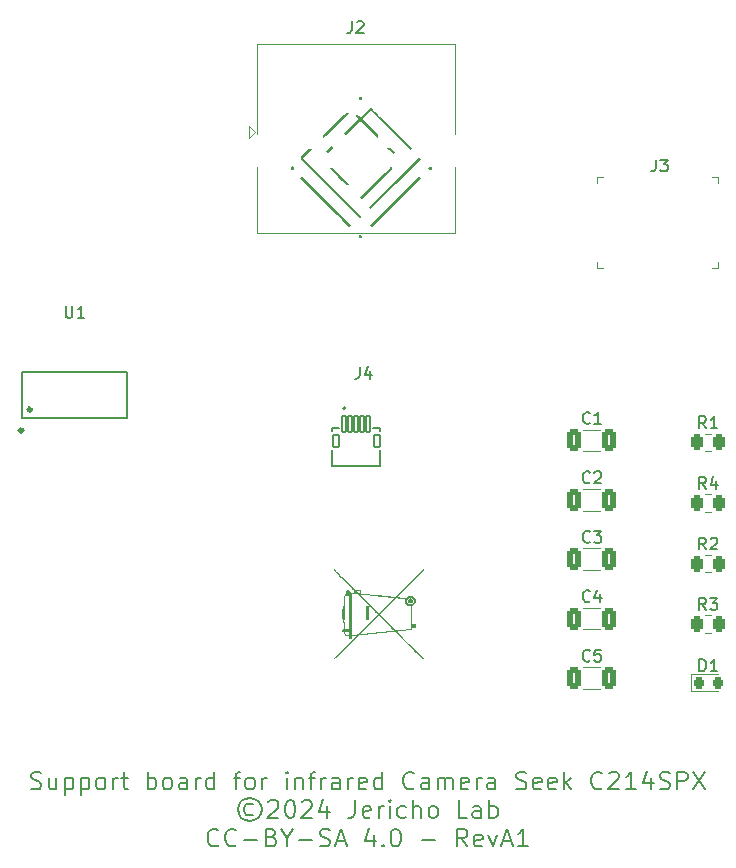
<source format=gbr>
%TF.GenerationSoftware,KiCad,Pcbnew,7.0.9*%
%TF.CreationDate,2024-06-23T11:57:03-04:00*%
%TF.ProjectId,WIRED-Seek-Board-revA1,57495245-442d-4536-9565-6b2d426f6172,Rev A1*%
%TF.SameCoordinates,Original*%
%TF.FileFunction,Legend,Top*%
%TF.FilePolarity,Positive*%
%FSLAX46Y46*%
G04 Gerber Fmt 4.6, Leading zero omitted, Abs format (unit mm)*
G04 Created by KiCad (PCBNEW 7.0.9) date 2024-06-23 11:57:03*
%MOMM*%
%LPD*%
G01*
G04 APERTURE LIST*
G04 Aperture macros list*
%AMRoundRect*
0 Rectangle with rounded corners*
0 $1 Rounding radius*
0 $2 $3 $4 $5 $6 $7 $8 $9 X,Y pos of 4 corners*
0 Add a 4 corners polygon primitive as box body*
4,1,4,$2,$3,$4,$5,$6,$7,$8,$9,$2,$3,0*
0 Add four circle primitives for the rounded corners*
1,1,$1+$1,$2,$3*
1,1,$1+$1,$4,$5*
1,1,$1+$1,$6,$7*
1,1,$1+$1,$8,$9*
0 Add four rect primitives between the rounded corners*
20,1,$1+$1,$2,$3,$4,$5,0*
20,1,$1+$1,$4,$5,$6,$7,0*
20,1,$1+$1,$6,$7,$8,$9,0*
20,1,$1+$1,$8,$9,$2,$3,0*%
G04 Aperture macros list end*
%ADD10C,0.150000*%
%ADD11C,0.120000*%
%ADD12C,0.300000*%
%ADD13C,0.100000*%
%ADD14C,0.127000*%
%ADD15C,0.200000*%
%ADD16RoundRect,0.250000X-0.262500X-0.450000X0.262500X-0.450000X0.262500X0.450000X-0.262500X0.450000X0*%
%ADD17O,0.560000X1.250000*%
%ADD18C,3.500000*%
%ADD19RoundRect,0.250000X-0.325000X-0.650000X0.325000X-0.650000X0.325000X0.650000X-0.325000X0.650000X0*%
%ADD20R,2.500000X2.500000*%
%ADD21C,2.500000*%
%ADD22RoundRect,0.102000X-0.150000X-0.700000X0.150000X-0.700000X0.150000X0.700000X-0.150000X0.700000X0*%
%ADD23RoundRect,0.102000X-0.260000X-0.500000X0.260000X-0.500000X0.260000X0.500000X-0.260000X0.500000X0*%
%ADD24C,3.250000*%
%ADD25R,1.500000X1.500000*%
%ADD26C,1.500000*%
%ADD27C,2.300000*%
%ADD28RoundRect,0.218750X-0.218750X-0.256250X0.218750X-0.256250X0.218750X0.256250X-0.218750X0.256250X0*%
G04 APERTURE END LIST*
D10*
X126897202Y-132133900D02*
X127111488Y-132205328D01*
X127111488Y-132205328D02*
X127468630Y-132205328D01*
X127468630Y-132205328D02*
X127611488Y-132133900D01*
X127611488Y-132133900D02*
X127682916Y-132062471D01*
X127682916Y-132062471D02*
X127754345Y-131919614D01*
X127754345Y-131919614D02*
X127754345Y-131776757D01*
X127754345Y-131776757D02*
X127682916Y-131633900D01*
X127682916Y-131633900D02*
X127611488Y-131562471D01*
X127611488Y-131562471D02*
X127468630Y-131491042D01*
X127468630Y-131491042D02*
X127182916Y-131419614D01*
X127182916Y-131419614D02*
X127040059Y-131348185D01*
X127040059Y-131348185D02*
X126968630Y-131276757D01*
X126968630Y-131276757D02*
X126897202Y-131133900D01*
X126897202Y-131133900D02*
X126897202Y-130991042D01*
X126897202Y-130991042D02*
X126968630Y-130848185D01*
X126968630Y-130848185D02*
X127040059Y-130776757D01*
X127040059Y-130776757D02*
X127182916Y-130705328D01*
X127182916Y-130705328D02*
X127540059Y-130705328D01*
X127540059Y-130705328D02*
X127754345Y-130776757D01*
X129040059Y-131205328D02*
X129040059Y-132205328D01*
X128397201Y-131205328D02*
X128397201Y-131991042D01*
X128397201Y-131991042D02*
X128468630Y-132133900D01*
X128468630Y-132133900D02*
X128611487Y-132205328D01*
X128611487Y-132205328D02*
X128825773Y-132205328D01*
X128825773Y-132205328D02*
X128968630Y-132133900D01*
X128968630Y-132133900D02*
X129040059Y-132062471D01*
X129754344Y-131205328D02*
X129754344Y-132705328D01*
X129754344Y-131276757D02*
X129897202Y-131205328D01*
X129897202Y-131205328D02*
X130182916Y-131205328D01*
X130182916Y-131205328D02*
X130325773Y-131276757D01*
X130325773Y-131276757D02*
X130397202Y-131348185D01*
X130397202Y-131348185D02*
X130468630Y-131491042D01*
X130468630Y-131491042D02*
X130468630Y-131919614D01*
X130468630Y-131919614D02*
X130397202Y-132062471D01*
X130397202Y-132062471D02*
X130325773Y-132133900D01*
X130325773Y-132133900D02*
X130182916Y-132205328D01*
X130182916Y-132205328D02*
X129897202Y-132205328D01*
X129897202Y-132205328D02*
X129754344Y-132133900D01*
X131111487Y-131205328D02*
X131111487Y-132705328D01*
X131111487Y-131276757D02*
X131254345Y-131205328D01*
X131254345Y-131205328D02*
X131540059Y-131205328D01*
X131540059Y-131205328D02*
X131682916Y-131276757D01*
X131682916Y-131276757D02*
X131754345Y-131348185D01*
X131754345Y-131348185D02*
X131825773Y-131491042D01*
X131825773Y-131491042D02*
X131825773Y-131919614D01*
X131825773Y-131919614D02*
X131754345Y-132062471D01*
X131754345Y-132062471D02*
X131682916Y-132133900D01*
X131682916Y-132133900D02*
X131540059Y-132205328D01*
X131540059Y-132205328D02*
X131254345Y-132205328D01*
X131254345Y-132205328D02*
X131111487Y-132133900D01*
X132682916Y-132205328D02*
X132540059Y-132133900D01*
X132540059Y-132133900D02*
X132468630Y-132062471D01*
X132468630Y-132062471D02*
X132397202Y-131919614D01*
X132397202Y-131919614D02*
X132397202Y-131491042D01*
X132397202Y-131491042D02*
X132468630Y-131348185D01*
X132468630Y-131348185D02*
X132540059Y-131276757D01*
X132540059Y-131276757D02*
X132682916Y-131205328D01*
X132682916Y-131205328D02*
X132897202Y-131205328D01*
X132897202Y-131205328D02*
X133040059Y-131276757D01*
X133040059Y-131276757D02*
X133111488Y-131348185D01*
X133111488Y-131348185D02*
X133182916Y-131491042D01*
X133182916Y-131491042D02*
X133182916Y-131919614D01*
X133182916Y-131919614D02*
X133111488Y-132062471D01*
X133111488Y-132062471D02*
X133040059Y-132133900D01*
X133040059Y-132133900D02*
X132897202Y-132205328D01*
X132897202Y-132205328D02*
X132682916Y-132205328D01*
X133825773Y-132205328D02*
X133825773Y-131205328D01*
X133825773Y-131491042D02*
X133897202Y-131348185D01*
X133897202Y-131348185D02*
X133968631Y-131276757D01*
X133968631Y-131276757D02*
X134111488Y-131205328D01*
X134111488Y-131205328D02*
X134254345Y-131205328D01*
X134540059Y-131205328D02*
X135111487Y-131205328D01*
X134754344Y-130705328D02*
X134754344Y-131991042D01*
X134754344Y-131991042D02*
X134825773Y-132133900D01*
X134825773Y-132133900D02*
X134968630Y-132205328D01*
X134968630Y-132205328D02*
X135111487Y-132205328D01*
X136754344Y-132205328D02*
X136754344Y-130705328D01*
X136754344Y-131276757D02*
X136897202Y-131205328D01*
X136897202Y-131205328D02*
X137182916Y-131205328D01*
X137182916Y-131205328D02*
X137325773Y-131276757D01*
X137325773Y-131276757D02*
X137397202Y-131348185D01*
X137397202Y-131348185D02*
X137468630Y-131491042D01*
X137468630Y-131491042D02*
X137468630Y-131919614D01*
X137468630Y-131919614D02*
X137397202Y-132062471D01*
X137397202Y-132062471D02*
X137325773Y-132133900D01*
X137325773Y-132133900D02*
X137182916Y-132205328D01*
X137182916Y-132205328D02*
X136897202Y-132205328D01*
X136897202Y-132205328D02*
X136754344Y-132133900D01*
X138325773Y-132205328D02*
X138182916Y-132133900D01*
X138182916Y-132133900D02*
X138111487Y-132062471D01*
X138111487Y-132062471D02*
X138040059Y-131919614D01*
X138040059Y-131919614D02*
X138040059Y-131491042D01*
X138040059Y-131491042D02*
X138111487Y-131348185D01*
X138111487Y-131348185D02*
X138182916Y-131276757D01*
X138182916Y-131276757D02*
X138325773Y-131205328D01*
X138325773Y-131205328D02*
X138540059Y-131205328D01*
X138540059Y-131205328D02*
X138682916Y-131276757D01*
X138682916Y-131276757D02*
X138754345Y-131348185D01*
X138754345Y-131348185D02*
X138825773Y-131491042D01*
X138825773Y-131491042D02*
X138825773Y-131919614D01*
X138825773Y-131919614D02*
X138754345Y-132062471D01*
X138754345Y-132062471D02*
X138682916Y-132133900D01*
X138682916Y-132133900D02*
X138540059Y-132205328D01*
X138540059Y-132205328D02*
X138325773Y-132205328D01*
X140111488Y-132205328D02*
X140111488Y-131419614D01*
X140111488Y-131419614D02*
X140040059Y-131276757D01*
X140040059Y-131276757D02*
X139897202Y-131205328D01*
X139897202Y-131205328D02*
X139611488Y-131205328D01*
X139611488Y-131205328D02*
X139468630Y-131276757D01*
X140111488Y-132133900D02*
X139968630Y-132205328D01*
X139968630Y-132205328D02*
X139611488Y-132205328D01*
X139611488Y-132205328D02*
X139468630Y-132133900D01*
X139468630Y-132133900D02*
X139397202Y-131991042D01*
X139397202Y-131991042D02*
X139397202Y-131848185D01*
X139397202Y-131848185D02*
X139468630Y-131705328D01*
X139468630Y-131705328D02*
X139611488Y-131633900D01*
X139611488Y-131633900D02*
X139968630Y-131633900D01*
X139968630Y-131633900D02*
X140111488Y-131562471D01*
X140825773Y-132205328D02*
X140825773Y-131205328D01*
X140825773Y-131491042D02*
X140897202Y-131348185D01*
X140897202Y-131348185D02*
X140968631Y-131276757D01*
X140968631Y-131276757D02*
X141111488Y-131205328D01*
X141111488Y-131205328D02*
X141254345Y-131205328D01*
X142397202Y-132205328D02*
X142397202Y-130705328D01*
X142397202Y-132133900D02*
X142254344Y-132205328D01*
X142254344Y-132205328D02*
X141968630Y-132205328D01*
X141968630Y-132205328D02*
X141825773Y-132133900D01*
X141825773Y-132133900D02*
X141754344Y-132062471D01*
X141754344Y-132062471D02*
X141682916Y-131919614D01*
X141682916Y-131919614D02*
X141682916Y-131491042D01*
X141682916Y-131491042D02*
X141754344Y-131348185D01*
X141754344Y-131348185D02*
X141825773Y-131276757D01*
X141825773Y-131276757D02*
X141968630Y-131205328D01*
X141968630Y-131205328D02*
X142254344Y-131205328D01*
X142254344Y-131205328D02*
X142397202Y-131276757D01*
X144040059Y-131205328D02*
X144611487Y-131205328D01*
X144254344Y-132205328D02*
X144254344Y-130919614D01*
X144254344Y-130919614D02*
X144325773Y-130776757D01*
X144325773Y-130776757D02*
X144468630Y-130705328D01*
X144468630Y-130705328D02*
X144611487Y-130705328D01*
X145325773Y-132205328D02*
X145182916Y-132133900D01*
X145182916Y-132133900D02*
X145111487Y-132062471D01*
X145111487Y-132062471D02*
X145040059Y-131919614D01*
X145040059Y-131919614D02*
X145040059Y-131491042D01*
X145040059Y-131491042D02*
X145111487Y-131348185D01*
X145111487Y-131348185D02*
X145182916Y-131276757D01*
X145182916Y-131276757D02*
X145325773Y-131205328D01*
X145325773Y-131205328D02*
X145540059Y-131205328D01*
X145540059Y-131205328D02*
X145682916Y-131276757D01*
X145682916Y-131276757D02*
X145754345Y-131348185D01*
X145754345Y-131348185D02*
X145825773Y-131491042D01*
X145825773Y-131491042D02*
X145825773Y-131919614D01*
X145825773Y-131919614D02*
X145754345Y-132062471D01*
X145754345Y-132062471D02*
X145682916Y-132133900D01*
X145682916Y-132133900D02*
X145540059Y-132205328D01*
X145540059Y-132205328D02*
X145325773Y-132205328D01*
X146468630Y-132205328D02*
X146468630Y-131205328D01*
X146468630Y-131491042D02*
X146540059Y-131348185D01*
X146540059Y-131348185D02*
X146611488Y-131276757D01*
X146611488Y-131276757D02*
X146754345Y-131205328D01*
X146754345Y-131205328D02*
X146897202Y-131205328D01*
X148540058Y-132205328D02*
X148540058Y-131205328D01*
X148540058Y-130705328D02*
X148468630Y-130776757D01*
X148468630Y-130776757D02*
X148540058Y-130848185D01*
X148540058Y-130848185D02*
X148611487Y-130776757D01*
X148611487Y-130776757D02*
X148540058Y-130705328D01*
X148540058Y-130705328D02*
X148540058Y-130848185D01*
X149254344Y-131205328D02*
X149254344Y-132205328D01*
X149254344Y-131348185D02*
X149325773Y-131276757D01*
X149325773Y-131276757D02*
X149468630Y-131205328D01*
X149468630Y-131205328D02*
X149682916Y-131205328D01*
X149682916Y-131205328D02*
X149825773Y-131276757D01*
X149825773Y-131276757D02*
X149897202Y-131419614D01*
X149897202Y-131419614D02*
X149897202Y-132205328D01*
X150397202Y-131205328D02*
X150968630Y-131205328D01*
X150611487Y-132205328D02*
X150611487Y-130919614D01*
X150611487Y-130919614D02*
X150682916Y-130776757D01*
X150682916Y-130776757D02*
X150825773Y-130705328D01*
X150825773Y-130705328D02*
X150968630Y-130705328D01*
X151468630Y-132205328D02*
X151468630Y-131205328D01*
X151468630Y-131491042D02*
X151540059Y-131348185D01*
X151540059Y-131348185D02*
X151611488Y-131276757D01*
X151611488Y-131276757D02*
X151754345Y-131205328D01*
X151754345Y-131205328D02*
X151897202Y-131205328D01*
X153040059Y-132205328D02*
X153040059Y-131419614D01*
X153040059Y-131419614D02*
X152968630Y-131276757D01*
X152968630Y-131276757D02*
X152825773Y-131205328D01*
X152825773Y-131205328D02*
X152540059Y-131205328D01*
X152540059Y-131205328D02*
X152397201Y-131276757D01*
X153040059Y-132133900D02*
X152897201Y-132205328D01*
X152897201Y-132205328D02*
X152540059Y-132205328D01*
X152540059Y-132205328D02*
X152397201Y-132133900D01*
X152397201Y-132133900D02*
X152325773Y-131991042D01*
X152325773Y-131991042D02*
X152325773Y-131848185D01*
X152325773Y-131848185D02*
X152397201Y-131705328D01*
X152397201Y-131705328D02*
X152540059Y-131633900D01*
X152540059Y-131633900D02*
X152897201Y-131633900D01*
X152897201Y-131633900D02*
X153040059Y-131562471D01*
X153754344Y-132205328D02*
X153754344Y-131205328D01*
X153754344Y-131491042D02*
X153825773Y-131348185D01*
X153825773Y-131348185D02*
X153897202Y-131276757D01*
X153897202Y-131276757D02*
X154040059Y-131205328D01*
X154040059Y-131205328D02*
X154182916Y-131205328D01*
X155254344Y-132133900D02*
X155111487Y-132205328D01*
X155111487Y-132205328D02*
X154825773Y-132205328D01*
X154825773Y-132205328D02*
X154682915Y-132133900D01*
X154682915Y-132133900D02*
X154611487Y-131991042D01*
X154611487Y-131991042D02*
X154611487Y-131419614D01*
X154611487Y-131419614D02*
X154682915Y-131276757D01*
X154682915Y-131276757D02*
X154825773Y-131205328D01*
X154825773Y-131205328D02*
X155111487Y-131205328D01*
X155111487Y-131205328D02*
X155254344Y-131276757D01*
X155254344Y-131276757D02*
X155325773Y-131419614D01*
X155325773Y-131419614D02*
X155325773Y-131562471D01*
X155325773Y-131562471D02*
X154611487Y-131705328D01*
X156611487Y-132205328D02*
X156611487Y-130705328D01*
X156611487Y-132133900D02*
X156468629Y-132205328D01*
X156468629Y-132205328D02*
X156182915Y-132205328D01*
X156182915Y-132205328D02*
X156040058Y-132133900D01*
X156040058Y-132133900D02*
X155968629Y-132062471D01*
X155968629Y-132062471D02*
X155897201Y-131919614D01*
X155897201Y-131919614D02*
X155897201Y-131491042D01*
X155897201Y-131491042D02*
X155968629Y-131348185D01*
X155968629Y-131348185D02*
X156040058Y-131276757D01*
X156040058Y-131276757D02*
X156182915Y-131205328D01*
X156182915Y-131205328D02*
X156468629Y-131205328D01*
X156468629Y-131205328D02*
X156611487Y-131276757D01*
X159325772Y-132062471D02*
X159254344Y-132133900D01*
X159254344Y-132133900D02*
X159040058Y-132205328D01*
X159040058Y-132205328D02*
X158897201Y-132205328D01*
X158897201Y-132205328D02*
X158682915Y-132133900D01*
X158682915Y-132133900D02*
X158540058Y-131991042D01*
X158540058Y-131991042D02*
X158468629Y-131848185D01*
X158468629Y-131848185D02*
X158397201Y-131562471D01*
X158397201Y-131562471D02*
X158397201Y-131348185D01*
X158397201Y-131348185D02*
X158468629Y-131062471D01*
X158468629Y-131062471D02*
X158540058Y-130919614D01*
X158540058Y-130919614D02*
X158682915Y-130776757D01*
X158682915Y-130776757D02*
X158897201Y-130705328D01*
X158897201Y-130705328D02*
X159040058Y-130705328D01*
X159040058Y-130705328D02*
X159254344Y-130776757D01*
X159254344Y-130776757D02*
X159325772Y-130848185D01*
X160611487Y-132205328D02*
X160611487Y-131419614D01*
X160611487Y-131419614D02*
X160540058Y-131276757D01*
X160540058Y-131276757D02*
X160397201Y-131205328D01*
X160397201Y-131205328D02*
X160111487Y-131205328D01*
X160111487Y-131205328D02*
X159968629Y-131276757D01*
X160611487Y-132133900D02*
X160468629Y-132205328D01*
X160468629Y-132205328D02*
X160111487Y-132205328D01*
X160111487Y-132205328D02*
X159968629Y-132133900D01*
X159968629Y-132133900D02*
X159897201Y-131991042D01*
X159897201Y-131991042D02*
X159897201Y-131848185D01*
X159897201Y-131848185D02*
X159968629Y-131705328D01*
X159968629Y-131705328D02*
X160111487Y-131633900D01*
X160111487Y-131633900D02*
X160468629Y-131633900D01*
X160468629Y-131633900D02*
X160611487Y-131562471D01*
X161325772Y-132205328D02*
X161325772Y-131205328D01*
X161325772Y-131348185D02*
X161397201Y-131276757D01*
X161397201Y-131276757D02*
X161540058Y-131205328D01*
X161540058Y-131205328D02*
X161754344Y-131205328D01*
X161754344Y-131205328D02*
X161897201Y-131276757D01*
X161897201Y-131276757D02*
X161968630Y-131419614D01*
X161968630Y-131419614D02*
X161968630Y-132205328D01*
X161968630Y-131419614D02*
X162040058Y-131276757D01*
X162040058Y-131276757D02*
X162182915Y-131205328D01*
X162182915Y-131205328D02*
X162397201Y-131205328D01*
X162397201Y-131205328D02*
X162540058Y-131276757D01*
X162540058Y-131276757D02*
X162611487Y-131419614D01*
X162611487Y-131419614D02*
X162611487Y-132205328D01*
X163897201Y-132133900D02*
X163754344Y-132205328D01*
X163754344Y-132205328D02*
X163468630Y-132205328D01*
X163468630Y-132205328D02*
X163325772Y-132133900D01*
X163325772Y-132133900D02*
X163254344Y-131991042D01*
X163254344Y-131991042D02*
X163254344Y-131419614D01*
X163254344Y-131419614D02*
X163325772Y-131276757D01*
X163325772Y-131276757D02*
X163468630Y-131205328D01*
X163468630Y-131205328D02*
X163754344Y-131205328D01*
X163754344Y-131205328D02*
X163897201Y-131276757D01*
X163897201Y-131276757D02*
X163968630Y-131419614D01*
X163968630Y-131419614D02*
X163968630Y-131562471D01*
X163968630Y-131562471D02*
X163254344Y-131705328D01*
X164611486Y-132205328D02*
X164611486Y-131205328D01*
X164611486Y-131491042D02*
X164682915Y-131348185D01*
X164682915Y-131348185D02*
X164754344Y-131276757D01*
X164754344Y-131276757D02*
X164897201Y-131205328D01*
X164897201Y-131205328D02*
X165040058Y-131205328D01*
X166182915Y-132205328D02*
X166182915Y-131419614D01*
X166182915Y-131419614D02*
X166111486Y-131276757D01*
X166111486Y-131276757D02*
X165968629Y-131205328D01*
X165968629Y-131205328D02*
X165682915Y-131205328D01*
X165682915Y-131205328D02*
X165540057Y-131276757D01*
X166182915Y-132133900D02*
X166040057Y-132205328D01*
X166040057Y-132205328D02*
X165682915Y-132205328D01*
X165682915Y-132205328D02*
X165540057Y-132133900D01*
X165540057Y-132133900D02*
X165468629Y-131991042D01*
X165468629Y-131991042D02*
X165468629Y-131848185D01*
X165468629Y-131848185D02*
X165540057Y-131705328D01*
X165540057Y-131705328D02*
X165682915Y-131633900D01*
X165682915Y-131633900D02*
X166040057Y-131633900D01*
X166040057Y-131633900D02*
X166182915Y-131562471D01*
X167968629Y-132133900D02*
X168182915Y-132205328D01*
X168182915Y-132205328D02*
X168540057Y-132205328D01*
X168540057Y-132205328D02*
X168682915Y-132133900D01*
X168682915Y-132133900D02*
X168754343Y-132062471D01*
X168754343Y-132062471D02*
X168825772Y-131919614D01*
X168825772Y-131919614D02*
X168825772Y-131776757D01*
X168825772Y-131776757D02*
X168754343Y-131633900D01*
X168754343Y-131633900D02*
X168682915Y-131562471D01*
X168682915Y-131562471D02*
X168540057Y-131491042D01*
X168540057Y-131491042D02*
X168254343Y-131419614D01*
X168254343Y-131419614D02*
X168111486Y-131348185D01*
X168111486Y-131348185D02*
X168040057Y-131276757D01*
X168040057Y-131276757D02*
X167968629Y-131133900D01*
X167968629Y-131133900D02*
X167968629Y-130991042D01*
X167968629Y-130991042D02*
X168040057Y-130848185D01*
X168040057Y-130848185D02*
X168111486Y-130776757D01*
X168111486Y-130776757D02*
X168254343Y-130705328D01*
X168254343Y-130705328D02*
X168611486Y-130705328D01*
X168611486Y-130705328D02*
X168825772Y-130776757D01*
X170040057Y-132133900D02*
X169897200Y-132205328D01*
X169897200Y-132205328D02*
X169611486Y-132205328D01*
X169611486Y-132205328D02*
X169468628Y-132133900D01*
X169468628Y-132133900D02*
X169397200Y-131991042D01*
X169397200Y-131991042D02*
X169397200Y-131419614D01*
X169397200Y-131419614D02*
X169468628Y-131276757D01*
X169468628Y-131276757D02*
X169611486Y-131205328D01*
X169611486Y-131205328D02*
X169897200Y-131205328D01*
X169897200Y-131205328D02*
X170040057Y-131276757D01*
X170040057Y-131276757D02*
X170111486Y-131419614D01*
X170111486Y-131419614D02*
X170111486Y-131562471D01*
X170111486Y-131562471D02*
X169397200Y-131705328D01*
X171325771Y-132133900D02*
X171182914Y-132205328D01*
X171182914Y-132205328D02*
X170897200Y-132205328D01*
X170897200Y-132205328D02*
X170754342Y-132133900D01*
X170754342Y-132133900D02*
X170682914Y-131991042D01*
X170682914Y-131991042D02*
X170682914Y-131419614D01*
X170682914Y-131419614D02*
X170754342Y-131276757D01*
X170754342Y-131276757D02*
X170897200Y-131205328D01*
X170897200Y-131205328D02*
X171182914Y-131205328D01*
X171182914Y-131205328D02*
X171325771Y-131276757D01*
X171325771Y-131276757D02*
X171397200Y-131419614D01*
X171397200Y-131419614D02*
X171397200Y-131562471D01*
X171397200Y-131562471D02*
X170682914Y-131705328D01*
X172040056Y-132205328D02*
X172040056Y-130705328D01*
X172182914Y-131633900D02*
X172611485Y-132205328D01*
X172611485Y-131205328D02*
X172040056Y-131776757D01*
X175254342Y-132062471D02*
X175182914Y-132133900D01*
X175182914Y-132133900D02*
X174968628Y-132205328D01*
X174968628Y-132205328D02*
X174825771Y-132205328D01*
X174825771Y-132205328D02*
X174611485Y-132133900D01*
X174611485Y-132133900D02*
X174468628Y-131991042D01*
X174468628Y-131991042D02*
X174397199Y-131848185D01*
X174397199Y-131848185D02*
X174325771Y-131562471D01*
X174325771Y-131562471D02*
X174325771Y-131348185D01*
X174325771Y-131348185D02*
X174397199Y-131062471D01*
X174397199Y-131062471D02*
X174468628Y-130919614D01*
X174468628Y-130919614D02*
X174611485Y-130776757D01*
X174611485Y-130776757D02*
X174825771Y-130705328D01*
X174825771Y-130705328D02*
X174968628Y-130705328D01*
X174968628Y-130705328D02*
X175182914Y-130776757D01*
X175182914Y-130776757D02*
X175254342Y-130848185D01*
X175825771Y-130848185D02*
X175897199Y-130776757D01*
X175897199Y-130776757D02*
X176040057Y-130705328D01*
X176040057Y-130705328D02*
X176397199Y-130705328D01*
X176397199Y-130705328D02*
X176540057Y-130776757D01*
X176540057Y-130776757D02*
X176611485Y-130848185D01*
X176611485Y-130848185D02*
X176682914Y-130991042D01*
X176682914Y-130991042D02*
X176682914Y-131133900D01*
X176682914Y-131133900D02*
X176611485Y-131348185D01*
X176611485Y-131348185D02*
X175754342Y-132205328D01*
X175754342Y-132205328D02*
X176682914Y-132205328D01*
X178111485Y-132205328D02*
X177254342Y-132205328D01*
X177682913Y-132205328D02*
X177682913Y-130705328D01*
X177682913Y-130705328D02*
X177540056Y-130919614D01*
X177540056Y-130919614D02*
X177397199Y-131062471D01*
X177397199Y-131062471D02*
X177254342Y-131133900D01*
X179397199Y-131205328D02*
X179397199Y-132205328D01*
X179040056Y-130633900D02*
X178682913Y-131705328D01*
X178682913Y-131705328D02*
X179611484Y-131705328D01*
X180111484Y-132133900D02*
X180325770Y-132205328D01*
X180325770Y-132205328D02*
X180682912Y-132205328D01*
X180682912Y-132205328D02*
X180825770Y-132133900D01*
X180825770Y-132133900D02*
X180897198Y-132062471D01*
X180897198Y-132062471D02*
X180968627Y-131919614D01*
X180968627Y-131919614D02*
X180968627Y-131776757D01*
X180968627Y-131776757D02*
X180897198Y-131633900D01*
X180897198Y-131633900D02*
X180825770Y-131562471D01*
X180825770Y-131562471D02*
X180682912Y-131491042D01*
X180682912Y-131491042D02*
X180397198Y-131419614D01*
X180397198Y-131419614D02*
X180254341Y-131348185D01*
X180254341Y-131348185D02*
X180182912Y-131276757D01*
X180182912Y-131276757D02*
X180111484Y-131133900D01*
X180111484Y-131133900D02*
X180111484Y-130991042D01*
X180111484Y-130991042D02*
X180182912Y-130848185D01*
X180182912Y-130848185D02*
X180254341Y-130776757D01*
X180254341Y-130776757D02*
X180397198Y-130705328D01*
X180397198Y-130705328D02*
X180754341Y-130705328D01*
X180754341Y-130705328D02*
X180968627Y-130776757D01*
X181611483Y-132205328D02*
X181611483Y-130705328D01*
X181611483Y-130705328D02*
X182182912Y-130705328D01*
X182182912Y-130705328D02*
X182325769Y-130776757D01*
X182325769Y-130776757D02*
X182397198Y-130848185D01*
X182397198Y-130848185D02*
X182468626Y-130991042D01*
X182468626Y-130991042D02*
X182468626Y-131205328D01*
X182468626Y-131205328D02*
X182397198Y-131348185D01*
X182397198Y-131348185D02*
X182325769Y-131419614D01*
X182325769Y-131419614D02*
X182182912Y-131491042D01*
X182182912Y-131491042D02*
X181611483Y-131491042D01*
X182968626Y-130705328D02*
X183968626Y-132205328D01*
X183968626Y-130705328D02*
X182968626Y-132205328D01*
X145682915Y-133477471D02*
X145540058Y-133406042D01*
X145540058Y-133406042D02*
X145254344Y-133406042D01*
X145254344Y-133406042D02*
X145111487Y-133477471D01*
X145111487Y-133477471D02*
X144968629Y-133620328D01*
X144968629Y-133620328D02*
X144897201Y-133763185D01*
X144897201Y-133763185D02*
X144897201Y-134048900D01*
X144897201Y-134048900D02*
X144968629Y-134191757D01*
X144968629Y-134191757D02*
X145111487Y-134334614D01*
X145111487Y-134334614D02*
X145254344Y-134406042D01*
X145254344Y-134406042D02*
X145540058Y-134406042D01*
X145540058Y-134406042D02*
X145682915Y-134334614D01*
X145397201Y-132906042D02*
X145040058Y-132977471D01*
X145040058Y-132977471D02*
X144682915Y-133191757D01*
X144682915Y-133191757D02*
X144468629Y-133548900D01*
X144468629Y-133548900D02*
X144397201Y-133906042D01*
X144397201Y-133906042D02*
X144468629Y-134263185D01*
X144468629Y-134263185D02*
X144682915Y-134620328D01*
X144682915Y-134620328D02*
X145040058Y-134834614D01*
X145040058Y-134834614D02*
X145397201Y-134906042D01*
X145397201Y-134906042D02*
X145754344Y-134834614D01*
X145754344Y-134834614D02*
X146111487Y-134620328D01*
X146111487Y-134620328D02*
X146325772Y-134263185D01*
X146325772Y-134263185D02*
X146397201Y-133906042D01*
X146397201Y-133906042D02*
X146325772Y-133548900D01*
X146325772Y-133548900D02*
X146111487Y-133191757D01*
X146111487Y-133191757D02*
X145754344Y-132977471D01*
X145754344Y-132977471D02*
X145397201Y-132906042D01*
X146968630Y-133263185D02*
X147040058Y-133191757D01*
X147040058Y-133191757D02*
X147182916Y-133120328D01*
X147182916Y-133120328D02*
X147540058Y-133120328D01*
X147540058Y-133120328D02*
X147682916Y-133191757D01*
X147682916Y-133191757D02*
X147754344Y-133263185D01*
X147754344Y-133263185D02*
X147825773Y-133406042D01*
X147825773Y-133406042D02*
X147825773Y-133548900D01*
X147825773Y-133548900D02*
X147754344Y-133763185D01*
X147754344Y-133763185D02*
X146897201Y-134620328D01*
X146897201Y-134620328D02*
X147825773Y-134620328D01*
X148754344Y-133120328D02*
X148897201Y-133120328D01*
X148897201Y-133120328D02*
X149040058Y-133191757D01*
X149040058Y-133191757D02*
X149111487Y-133263185D01*
X149111487Y-133263185D02*
X149182915Y-133406042D01*
X149182915Y-133406042D02*
X149254344Y-133691757D01*
X149254344Y-133691757D02*
X149254344Y-134048900D01*
X149254344Y-134048900D02*
X149182915Y-134334614D01*
X149182915Y-134334614D02*
X149111487Y-134477471D01*
X149111487Y-134477471D02*
X149040058Y-134548900D01*
X149040058Y-134548900D02*
X148897201Y-134620328D01*
X148897201Y-134620328D02*
X148754344Y-134620328D01*
X148754344Y-134620328D02*
X148611487Y-134548900D01*
X148611487Y-134548900D02*
X148540058Y-134477471D01*
X148540058Y-134477471D02*
X148468629Y-134334614D01*
X148468629Y-134334614D02*
X148397201Y-134048900D01*
X148397201Y-134048900D02*
X148397201Y-133691757D01*
X148397201Y-133691757D02*
X148468629Y-133406042D01*
X148468629Y-133406042D02*
X148540058Y-133263185D01*
X148540058Y-133263185D02*
X148611487Y-133191757D01*
X148611487Y-133191757D02*
X148754344Y-133120328D01*
X149825772Y-133263185D02*
X149897200Y-133191757D01*
X149897200Y-133191757D02*
X150040058Y-133120328D01*
X150040058Y-133120328D02*
X150397200Y-133120328D01*
X150397200Y-133120328D02*
X150540058Y-133191757D01*
X150540058Y-133191757D02*
X150611486Y-133263185D01*
X150611486Y-133263185D02*
X150682915Y-133406042D01*
X150682915Y-133406042D02*
X150682915Y-133548900D01*
X150682915Y-133548900D02*
X150611486Y-133763185D01*
X150611486Y-133763185D02*
X149754343Y-134620328D01*
X149754343Y-134620328D02*
X150682915Y-134620328D01*
X151968629Y-133620328D02*
X151968629Y-134620328D01*
X151611486Y-133048900D02*
X151254343Y-134120328D01*
X151254343Y-134120328D02*
X152182914Y-134120328D01*
X154325771Y-133120328D02*
X154325771Y-134191757D01*
X154325771Y-134191757D02*
X154254342Y-134406042D01*
X154254342Y-134406042D02*
X154111485Y-134548900D01*
X154111485Y-134548900D02*
X153897199Y-134620328D01*
X153897199Y-134620328D02*
X153754342Y-134620328D01*
X155611485Y-134548900D02*
X155468628Y-134620328D01*
X155468628Y-134620328D02*
X155182914Y-134620328D01*
X155182914Y-134620328D02*
X155040056Y-134548900D01*
X155040056Y-134548900D02*
X154968628Y-134406042D01*
X154968628Y-134406042D02*
X154968628Y-133834614D01*
X154968628Y-133834614D02*
X155040056Y-133691757D01*
X155040056Y-133691757D02*
X155182914Y-133620328D01*
X155182914Y-133620328D02*
X155468628Y-133620328D01*
X155468628Y-133620328D02*
X155611485Y-133691757D01*
X155611485Y-133691757D02*
X155682914Y-133834614D01*
X155682914Y-133834614D02*
X155682914Y-133977471D01*
X155682914Y-133977471D02*
X154968628Y-134120328D01*
X156325770Y-134620328D02*
X156325770Y-133620328D01*
X156325770Y-133906042D02*
X156397199Y-133763185D01*
X156397199Y-133763185D02*
X156468628Y-133691757D01*
X156468628Y-133691757D02*
X156611485Y-133620328D01*
X156611485Y-133620328D02*
X156754342Y-133620328D01*
X157254341Y-134620328D02*
X157254341Y-133620328D01*
X157254341Y-133120328D02*
X157182913Y-133191757D01*
X157182913Y-133191757D02*
X157254341Y-133263185D01*
X157254341Y-133263185D02*
X157325770Y-133191757D01*
X157325770Y-133191757D02*
X157254341Y-133120328D01*
X157254341Y-133120328D02*
X157254341Y-133263185D01*
X158611485Y-134548900D02*
X158468627Y-134620328D01*
X158468627Y-134620328D02*
X158182913Y-134620328D01*
X158182913Y-134620328D02*
X158040056Y-134548900D01*
X158040056Y-134548900D02*
X157968627Y-134477471D01*
X157968627Y-134477471D02*
X157897199Y-134334614D01*
X157897199Y-134334614D02*
X157897199Y-133906042D01*
X157897199Y-133906042D02*
X157968627Y-133763185D01*
X157968627Y-133763185D02*
X158040056Y-133691757D01*
X158040056Y-133691757D02*
X158182913Y-133620328D01*
X158182913Y-133620328D02*
X158468627Y-133620328D01*
X158468627Y-133620328D02*
X158611485Y-133691757D01*
X159254341Y-134620328D02*
X159254341Y-133120328D01*
X159897199Y-134620328D02*
X159897199Y-133834614D01*
X159897199Y-133834614D02*
X159825770Y-133691757D01*
X159825770Y-133691757D02*
X159682913Y-133620328D01*
X159682913Y-133620328D02*
X159468627Y-133620328D01*
X159468627Y-133620328D02*
X159325770Y-133691757D01*
X159325770Y-133691757D02*
X159254341Y-133763185D01*
X160825770Y-134620328D02*
X160682913Y-134548900D01*
X160682913Y-134548900D02*
X160611484Y-134477471D01*
X160611484Y-134477471D02*
X160540056Y-134334614D01*
X160540056Y-134334614D02*
X160540056Y-133906042D01*
X160540056Y-133906042D02*
X160611484Y-133763185D01*
X160611484Y-133763185D02*
X160682913Y-133691757D01*
X160682913Y-133691757D02*
X160825770Y-133620328D01*
X160825770Y-133620328D02*
X161040056Y-133620328D01*
X161040056Y-133620328D02*
X161182913Y-133691757D01*
X161182913Y-133691757D02*
X161254342Y-133763185D01*
X161254342Y-133763185D02*
X161325770Y-133906042D01*
X161325770Y-133906042D02*
X161325770Y-134334614D01*
X161325770Y-134334614D02*
X161254342Y-134477471D01*
X161254342Y-134477471D02*
X161182913Y-134548900D01*
X161182913Y-134548900D02*
X161040056Y-134620328D01*
X161040056Y-134620328D02*
X160825770Y-134620328D01*
X163825770Y-134620328D02*
X163111484Y-134620328D01*
X163111484Y-134620328D02*
X163111484Y-133120328D01*
X164968628Y-134620328D02*
X164968628Y-133834614D01*
X164968628Y-133834614D02*
X164897199Y-133691757D01*
X164897199Y-133691757D02*
X164754342Y-133620328D01*
X164754342Y-133620328D02*
X164468628Y-133620328D01*
X164468628Y-133620328D02*
X164325770Y-133691757D01*
X164968628Y-134548900D02*
X164825770Y-134620328D01*
X164825770Y-134620328D02*
X164468628Y-134620328D01*
X164468628Y-134620328D02*
X164325770Y-134548900D01*
X164325770Y-134548900D02*
X164254342Y-134406042D01*
X164254342Y-134406042D02*
X164254342Y-134263185D01*
X164254342Y-134263185D02*
X164325770Y-134120328D01*
X164325770Y-134120328D02*
X164468628Y-134048900D01*
X164468628Y-134048900D02*
X164825770Y-134048900D01*
X164825770Y-134048900D02*
X164968628Y-133977471D01*
X165682913Y-134620328D02*
X165682913Y-133120328D01*
X165682913Y-133691757D02*
X165825771Y-133620328D01*
X165825771Y-133620328D02*
X166111485Y-133620328D01*
X166111485Y-133620328D02*
X166254342Y-133691757D01*
X166254342Y-133691757D02*
X166325771Y-133763185D01*
X166325771Y-133763185D02*
X166397199Y-133906042D01*
X166397199Y-133906042D02*
X166397199Y-134334614D01*
X166397199Y-134334614D02*
X166325771Y-134477471D01*
X166325771Y-134477471D02*
X166254342Y-134548900D01*
X166254342Y-134548900D02*
X166111485Y-134620328D01*
X166111485Y-134620328D02*
X165825771Y-134620328D01*
X165825771Y-134620328D02*
X165682913Y-134548900D01*
X142754344Y-136892471D02*
X142682916Y-136963900D01*
X142682916Y-136963900D02*
X142468630Y-137035328D01*
X142468630Y-137035328D02*
X142325773Y-137035328D01*
X142325773Y-137035328D02*
X142111487Y-136963900D01*
X142111487Y-136963900D02*
X141968630Y-136821042D01*
X141968630Y-136821042D02*
X141897201Y-136678185D01*
X141897201Y-136678185D02*
X141825773Y-136392471D01*
X141825773Y-136392471D02*
X141825773Y-136178185D01*
X141825773Y-136178185D02*
X141897201Y-135892471D01*
X141897201Y-135892471D02*
X141968630Y-135749614D01*
X141968630Y-135749614D02*
X142111487Y-135606757D01*
X142111487Y-135606757D02*
X142325773Y-135535328D01*
X142325773Y-135535328D02*
X142468630Y-135535328D01*
X142468630Y-135535328D02*
X142682916Y-135606757D01*
X142682916Y-135606757D02*
X142754344Y-135678185D01*
X144254344Y-136892471D02*
X144182916Y-136963900D01*
X144182916Y-136963900D02*
X143968630Y-137035328D01*
X143968630Y-137035328D02*
X143825773Y-137035328D01*
X143825773Y-137035328D02*
X143611487Y-136963900D01*
X143611487Y-136963900D02*
X143468630Y-136821042D01*
X143468630Y-136821042D02*
X143397201Y-136678185D01*
X143397201Y-136678185D02*
X143325773Y-136392471D01*
X143325773Y-136392471D02*
X143325773Y-136178185D01*
X143325773Y-136178185D02*
X143397201Y-135892471D01*
X143397201Y-135892471D02*
X143468630Y-135749614D01*
X143468630Y-135749614D02*
X143611487Y-135606757D01*
X143611487Y-135606757D02*
X143825773Y-135535328D01*
X143825773Y-135535328D02*
X143968630Y-135535328D01*
X143968630Y-135535328D02*
X144182916Y-135606757D01*
X144182916Y-135606757D02*
X144254344Y-135678185D01*
X144897201Y-136463900D02*
X146040059Y-136463900D01*
X147254344Y-136249614D02*
X147468630Y-136321042D01*
X147468630Y-136321042D02*
X147540059Y-136392471D01*
X147540059Y-136392471D02*
X147611487Y-136535328D01*
X147611487Y-136535328D02*
X147611487Y-136749614D01*
X147611487Y-136749614D02*
X147540059Y-136892471D01*
X147540059Y-136892471D02*
X147468630Y-136963900D01*
X147468630Y-136963900D02*
X147325773Y-137035328D01*
X147325773Y-137035328D02*
X146754344Y-137035328D01*
X146754344Y-137035328D02*
X146754344Y-135535328D01*
X146754344Y-135535328D02*
X147254344Y-135535328D01*
X147254344Y-135535328D02*
X147397202Y-135606757D01*
X147397202Y-135606757D02*
X147468630Y-135678185D01*
X147468630Y-135678185D02*
X147540059Y-135821042D01*
X147540059Y-135821042D02*
X147540059Y-135963900D01*
X147540059Y-135963900D02*
X147468630Y-136106757D01*
X147468630Y-136106757D02*
X147397202Y-136178185D01*
X147397202Y-136178185D02*
X147254344Y-136249614D01*
X147254344Y-136249614D02*
X146754344Y-136249614D01*
X148540059Y-136321042D02*
X148540059Y-137035328D01*
X148040059Y-135535328D02*
X148540059Y-136321042D01*
X148540059Y-136321042D02*
X149040059Y-135535328D01*
X149540058Y-136463900D02*
X150682916Y-136463900D01*
X151325773Y-136963900D02*
X151540059Y-137035328D01*
X151540059Y-137035328D02*
X151897201Y-137035328D01*
X151897201Y-137035328D02*
X152040059Y-136963900D01*
X152040059Y-136963900D02*
X152111487Y-136892471D01*
X152111487Y-136892471D02*
X152182916Y-136749614D01*
X152182916Y-136749614D02*
X152182916Y-136606757D01*
X152182916Y-136606757D02*
X152111487Y-136463900D01*
X152111487Y-136463900D02*
X152040059Y-136392471D01*
X152040059Y-136392471D02*
X151897201Y-136321042D01*
X151897201Y-136321042D02*
X151611487Y-136249614D01*
X151611487Y-136249614D02*
X151468630Y-136178185D01*
X151468630Y-136178185D02*
X151397201Y-136106757D01*
X151397201Y-136106757D02*
X151325773Y-135963900D01*
X151325773Y-135963900D02*
X151325773Y-135821042D01*
X151325773Y-135821042D02*
X151397201Y-135678185D01*
X151397201Y-135678185D02*
X151468630Y-135606757D01*
X151468630Y-135606757D02*
X151611487Y-135535328D01*
X151611487Y-135535328D02*
X151968630Y-135535328D01*
X151968630Y-135535328D02*
X152182916Y-135606757D01*
X152754344Y-136606757D02*
X153468630Y-136606757D01*
X152611487Y-137035328D02*
X153111487Y-135535328D01*
X153111487Y-135535328D02*
X153611487Y-137035328D01*
X155897201Y-136035328D02*
X155897201Y-137035328D01*
X155540058Y-135463900D02*
X155182915Y-136535328D01*
X155182915Y-136535328D02*
X156111486Y-136535328D01*
X156682914Y-136892471D02*
X156754343Y-136963900D01*
X156754343Y-136963900D02*
X156682914Y-137035328D01*
X156682914Y-137035328D02*
X156611486Y-136963900D01*
X156611486Y-136963900D02*
X156682914Y-136892471D01*
X156682914Y-136892471D02*
X156682914Y-137035328D01*
X157682915Y-135535328D02*
X157825772Y-135535328D01*
X157825772Y-135535328D02*
X157968629Y-135606757D01*
X157968629Y-135606757D02*
X158040058Y-135678185D01*
X158040058Y-135678185D02*
X158111486Y-135821042D01*
X158111486Y-135821042D02*
X158182915Y-136106757D01*
X158182915Y-136106757D02*
X158182915Y-136463900D01*
X158182915Y-136463900D02*
X158111486Y-136749614D01*
X158111486Y-136749614D02*
X158040058Y-136892471D01*
X158040058Y-136892471D02*
X157968629Y-136963900D01*
X157968629Y-136963900D02*
X157825772Y-137035328D01*
X157825772Y-137035328D02*
X157682915Y-137035328D01*
X157682915Y-137035328D02*
X157540058Y-136963900D01*
X157540058Y-136963900D02*
X157468629Y-136892471D01*
X157468629Y-136892471D02*
X157397200Y-136749614D01*
X157397200Y-136749614D02*
X157325772Y-136463900D01*
X157325772Y-136463900D02*
X157325772Y-136106757D01*
X157325772Y-136106757D02*
X157397200Y-135821042D01*
X157397200Y-135821042D02*
X157468629Y-135678185D01*
X157468629Y-135678185D02*
X157540058Y-135606757D01*
X157540058Y-135606757D02*
X157682915Y-135535328D01*
X159968628Y-136463900D02*
X161111486Y-136463900D01*
X163825771Y-137035328D02*
X163325771Y-136321042D01*
X162968628Y-137035328D02*
X162968628Y-135535328D01*
X162968628Y-135535328D02*
X163540057Y-135535328D01*
X163540057Y-135535328D02*
X163682914Y-135606757D01*
X163682914Y-135606757D02*
X163754343Y-135678185D01*
X163754343Y-135678185D02*
X163825771Y-135821042D01*
X163825771Y-135821042D02*
X163825771Y-136035328D01*
X163825771Y-136035328D02*
X163754343Y-136178185D01*
X163754343Y-136178185D02*
X163682914Y-136249614D01*
X163682914Y-136249614D02*
X163540057Y-136321042D01*
X163540057Y-136321042D02*
X162968628Y-136321042D01*
X165040057Y-136963900D02*
X164897200Y-137035328D01*
X164897200Y-137035328D02*
X164611486Y-137035328D01*
X164611486Y-137035328D02*
X164468628Y-136963900D01*
X164468628Y-136963900D02*
X164397200Y-136821042D01*
X164397200Y-136821042D02*
X164397200Y-136249614D01*
X164397200Y-136249614D02*
X164468628Y-136106757D01*
X164468628Y-136106757D02*
X164611486Y-136035328D01*
X164611486Y-136035328D02*
X164897200Y-136035328D01*
X164897200Y-136035328D02*
X165040057Y-136106757D01*
X165040057Y-136106757D02*
X165111486Y-136249614D01*
X165111486Y-136249614D02*
X165111486Y-136392471D01*
X165111486Y-136392471D02*
X164397200Y-136535328D01*
X165611485Y-136035328D02*
X165968628Y-137035328D01*
X165968628Y-137035328D02*
X166325771Y-136035328D01*
X166825771Y-136606757D02*
X167540057Y-136606757D01*
X166682914Y-137035328D02*
X167182914Y-135535328D01*
X167182914Y-135535328D02*
X167682914Y-137035328D01*
X168968628Y-137035328D02*
X168111485Y-137035328D01*
X168540056Y-137035328D02*
X168540056Y-135535328D01*
X168540056Y-135535328D02*
X168397199Y-135749614D01*
X168397199Y-135749614D02*
X168254342Y-135892471D01*
X168254342Y-135892471D02*
X168111485Y-135963900D01*
X184032233Y-101622919D02*
X183698900Y-101146728D01*
X183460805Y-101622919D02*
X183460805Y-100622919D01*
X183460805Y-100622919D02*
X183841757Y-100622919D01*
X183841757Y-100622919D02*
X183936995Y-100670538D01*
X183936995Y-100670538D02*
X183984614Y-100718157D01*
X183984614Y-100718157D02*
X184032233Y-100813395D01*
X184032233Y-100813395D02*
X184032233Y-100956252D01*
X184032233Y-100956252D02*
X183984614Y-101051490D01*
X183984614Y-101051490D02*
X183936995Y-101099109D01*
X183936995Y-101099109D02*
X183841757Y-101146728D01*
X183841757Y-101146728D02*
X183460805Y-101146728D01*
X184984614Y-101622919D02*
X184413186Y-101622919D01*
X184698900Y-101622919D02*
X184698900Y-100622919D01*
X184698900Y-100622919D02*
X184603662Y-100765776D01*
X184603662Y-100765776D02*
X184508424Y-100861014D01*
X184508424Y-100861014D02*
X184413186Y-100908633D01*
X129819495Y-91289019D02*
X129819495Y-92098542D01*
X129819495Y-92098542D02*
X129867114Y-92193780D01*
X129867114Y-92193780D02*
X129914733Y-92241400D01*
X129914733Y-92241400D02*
X130009971Y-92289019D01*
X130009971Y-92289019D02*
X130200447Y-92289019D01*
X130200447Y-92289019D02*
X130295685Y-92241400D01*
X130295685Y-92241400D02*
X130343304Y-92193780D01*
X130343304Y-92193780D02*
X130390923Y-92098542D01*
X130390923Y-92098542D02*
X130390923Y-91289019D01*
X131390923Y-92289019D02*
X130819495Y-92289019D01*
X131105209Y-92289019D02*
X131105209Y-91289019D01*
X131105209Y-91289019D02*
X131009971Y-91431876D01*
X131009971Y-91431876D02*
X130914733Y-91527114D01*
X130914733Y-91527114D02*
X130819495Y-91574733D01*
X184032233Y-106754219D02*
X183698900Y-106278028D01*
X183460805Y-106754219D02*
X183460805Y-105754219D01*
X183460805Y-105754219D02*
X183841757Y-105754219D01*
X183841757Y-105754219D02*
X183936995Y-105801838D01*
X183936995Y-105801838D02*
X183984614Y-105849457D01*
X183984614Y-105849457D02*
X184032233Y-105944695D01*
X184032233Y-105944695D02*
X184032233Y-106087552D01*
X184032233Y-106087552D02*
X183984614Y-106182790D01*
X183984614Y-106182790D02*
X183936995Y-106230409D01*
X183936995Y-106230409D02*
X183841757Y-106278028D01*
X183841757Y-106278028D02*
X183460805Y-106278028D01*
X184889376Y-106087552D02*
X184889376Y-106754219D01*
X184651281Y-105706600D02*
X184413186Y-106420885D01*
X184413186Y-106420885D02*
X185032233Y-106420885D01*
X174203233Y-106193780D02*
X174155614Y-106241400D01*
X174155614Y-106241400D02*
X174012757Y-106289019D01*
X174012757Y-106289019D02*
X173917519Y-106289019D01*
X173917519Y-106289019D02*
X173774662Y-106241400D01*
X173774662Y-106241400D02*
X173679424Y-106146161D01*
X173679424Y-106146161D02*
X173631805Y-106050923D01*
X173631805Y-106050923D02*
X173584186Y-105860447D01*
X173584186Y-105860447D02*
X173584186Y-105717590D01*
X173584186Y-105717590D02*
X173631805Y-105527114D01*
X173631805Y-105527114D02*
X173679424Y-105431876D01*
X173679424Y-105431876D02*
X173774662Y-105336638D01*
X173774662Y-105336638D02*
X173917519Y-105289019D01*
X173917519Y-105289019D02*
X174012757Y-105289019D01*
X174012757Y-105289019D02*
X174155614Y-105336638D01*
X174155614Y-105336638D02*
X174203233Y-105384257D01*
X174584186Y-105384257D02*
X174631805Y-105336638D01*
X174631805Y-105336638D02*
X174727043Y-105289019D01*
X174727043Y-105289019D02*
X174965138Y-105289019D01*
X174965138Y-105289019D02*
X175060376Y-105336638D01*
X175060376Y-105336638D02*
X175107995Y-105384257D01*
X175107995Y-105384257D02*
X175155614Y-105479495D01*
X175155614Y-105479495D02*
X175155614Y-105574733D01*
X175155614Y-105574733D02*
X175107995Y-105717590D01*
X175107995Y-105717590D02*
X174536567Y-106289019D01*
X174536567Y-106289019D02*
X175155614Y-106289019D01*
X174203233Y-111226580D02*
X174155614Y-111274200D01*
X174155614Y-111274200D02*
X174012757Y-111321819D01*
X174012757Y-111321819D02*
X173917519Y-111321819D01*
X173917519Y-111321819D02*
X173774662Y-111274200D01*
X173774662Y-111274200D02*
X173679424Y-111178961D01*
X173679424Y-111178961D02*
X173631805Y-111083723D01*
X173631805Y-111083723D02*
X173584186Y-110893247D01*
X173584186Y-110893247D02*
X173584186Y-110750390D01*
X173584186Y-110750390D02*
X173631805Y-110559914D01*
X173631805Y-110559914D02*
X173679424Y-110464676D01*
X173679424Y-110464676D02*
X173774662Y-110369438D01*
X173774662Y-110369438D02*
X173917519Y-110321819D01*
X173917519Y-110321819D02*
X174012757Y-110321819D01*
X174012757Y-110321819D02*
X174155614Y-110369438D01*
X174155614Y-110369438D02*
X174203233Y-110417057D01*
X174536567Y-110321819D02*
X175155614Y-110321819D01*
X175155614Y-110321819D02*
X174822281Y-110702771D01*
X174822281Y-110702771D02*
X174965138Y-110702771D01*
X174965138Y-110702771D02*
X175060376Y-110750390D01*
X175060376Y-110750390D02*
X175107995Y-110798009D01*
X175107995Y-110798009D02*
X175155614Y-110893247D01*
X175155614Y-110893247D02*
X175155614Y-111131342D01*
X175155614Y-111131342D02*
X175107995Y-111226580D01*
X175107995Y-111226580D02*
X175060376Y-111274200D01*
X175060376Y-111274200D02*
X174965138Y-111321819D01*
X174965138Y-111321819D02*
X174679424Y-111321819D01*
X174679424Y-111321819D02*
X174584186Y-111274200D01*
X174584186Y-111274200D02*
X174536567Y-111226580D01*
X179789466Y-78881219D02*
X179789466Y-79595504D01*
X179789466Y-79595504D02*
X179741847Y-79738361D01*
X179741847Y-79738361D02*
X179646609Y-79833600D01*
X179646609Y-79833600D02*
X179503752Y-79881219D01*
X179503752Y-79881219D02*
X179408514Y-79881219D01*
X180170419Y-78881219D02*
X180789466Y-78881219D01*
X180789466Y-78881219D02*
X180456133Y-79262171D01*
X180456133Y-79262171D02*
X180598990Y-79262171D01*
X180598990Y-79262171D02*
X180694228Y-79309790D01*
X180694228Y-79309790D02*
X180741847Y-79357409D01*
X180741847Y-79357409D02*
X180789466Y-79452647D01*
X180789466Y-79452647D02*
X180789466Y-79690742D01*
X180789466Y-79690742D02*
X180741847Y-79785980D01*
X180741847Y-79785980D02*
X180694228Y-79833600D01*
X180694228Y-79833600D02*
X180598990Y-79881219D01*
X180598990Y-79881219D02*
X180313276Y-79881219D01*
X180313276Y-79881219D02*
X180218038Y-79833600D01*
X180218038Y-79833600D02*
X180170419Y-79785980D01*
X174203233Y-121292080D02*
X174155614Y-121339700D01*
X174155614Y-121339700D02*
X174012757Y-121387319D01*
X174012757Y-121387319D02*
X173917519Y-121387319D01*
X173917519Y-121387319D02*
X173774662Y-121339700D01*
X173774662Y-121339700D02*
X173679424Y-121244461D01*
X173679424Y-121244461D02*
X173631805Y-121149223D01*
X173631805Y-121149223D02*
X173584186Y-120958747D01*
X173584186Y-120958747D02*
X173584186Y-120815890D01*
X173584186Y-120815890D02*
X173631805Y-120625414D01*
X173631805Y-120625414D02*
X173679424Y-120530176D01*
X173679424Y-120530176D02*
X173774662Y-120434938D01*
X173774662Y-120434938D02*
X173917519Y-120387319D01*
X173917519Y-120387319D02*
X174012757Y-120387319D01*
X174012757Y-120387319D02*
X174155614Y-120434938D01*
X174155614Y-120434938D02*
X174203233Y-120482557D01*
X175107995Y-120387319D02*
X174631805Y-120387319D01*
X174631805Y-120387319D02*
X174584186Y-120863509D01*
X174584186Y-120863509D02*
X174631805Y-120815890D01*
X174631805Y-120815890D02*
X174727043Y-120768271D01*
X174727043Y-120768271D02*
X174965138Y-120768271D01*
X174965138Y-120768271D02*
X175060376Y-120815890D01*
X175060376Y-120815890D02*
X175107995Y-120863509D01*
X175107995Y-120863509D02*
X175155614Y-120958747D01*
X175155614Y-120958747D02*
X175155614Y-121196842D01*
X175155614Y-121196842D02*
X175107995Y-121292080D01*
X175107995Y-121292080D02*
X175060376Y-121339700D01*
X175060376Y-121339700D02*
X174965138Y-121387319D01*
X174965138Y-121387319D02*
X174727043Y-121387319D01*
X174727043Y-121387319D02*
X174631805Y-121339700D01*
X174631805Y-121339700D02*
X174584186Y-121292080D01*
X174203233Y-116259280D02*
X174155614Y-116306900D01*
X174155614Y-116306900D02*
X174012757Y-116354519D01*
X174012757Y-116354519D02*
X173917519Y-116354519D01*
X173917519Y-116354519D02*
X173774662Y-116306900D01*
X173774662Y-116306900D02*
X173679424Y-116211661D01*
X173679424Y-116211661D02*
X173631805Y-116116423D01*
X173631805Y-116116423D02*
X173584186Y-115925947D01*
X173584186Y-115925947D02*
X173584186Y-115783090D01*
X173584186Y-115783090D02*
X173631805Y-115592614D01*
X173631805Y-115592614D02*
X173679424Y-115497376D01*
X173679424Y-115497376D02*
X173774662Y-115402138D01*
X173774662Y-115402138D02*
X173917519Y-115354519D01*
X173917519Y-115354519D02*
X174012757Y-115354519D01*
X174012757Y-115354519D02*
X174155614Y-115402138D01*
X174155614Y-115402138D02*
X174203233Y-115449757D01*
X175060376Y-115687852D02*
X175060376Y-116354519D01*
X174822281Y-115306900D02*
X174584186Y-116021185D01*
X174584186Y-116021185D02*
X175203233Y-116021185D01*
X154708266Y-96432019D02*
X154708266Y-97146304D01*
X154708266Y-97146304D02*
X154660647Y-97289161D01*
X154660647Y-97289161D02*
X154565409Y-97384400D01*
X154565409Y-97384400D02*
X154422552Y-97432019D01*
X154422552Y-97432019D02*
X154327314Y-97432019D01*
X155613028Y-96765352D02*
X155613028Y-97432019D01*
X155374933Y-96384400D02*
X155136838Y-97098685D01*
X155136838Y-97098685D02*
X155755885Y-97098685D01*
X184032233Y-117016919D02*
X183698900Y-116540728D01*
X183460805Y-117016919D02*
X183460805Y-116016919D01*
X183460805Y-116016919D02*
X183841757Y-116016919D01*
X183841757Y-116016919D02*
X183936995Y-116064538D01*
X183936995Y-116064538D02*
X183984614Y-116112157D01*
X183984614Y-116112157D02*
X184032233Y-116207395D01*
X184032233Y-116207395D02*
X184032233Y-116350252D01*
X184032233Y-116350252D02*
X183984614Y-116445490D01*
X183984614Y-116445490D02*
X183936995Y-116493109D01*
X183936995Y-116493109D02*
X183841757Y-116540728D01*
X183841757Y-116540728D02*
X183460805Y-116540728D01*
X184365567Y-116016919D02*
X184984614Y-116016919D01*
X184984614Y-116016919D02*
X184651281Y-116397871D01*
X184651281Y-116397871D02*
X184794138Y-116397871D01*
X184794138Y-116397871D02*
X184889376Y-116445490D01*
X184889376Y-116445490D02*
X184936995Y-116493109D01*
X184936995Y-116493109D02*
X184984614Y-116588347D01*
X184984614Y-116588347D02*
X184984614Y-116826442D01*
X184984614Y-116826442D02*
X184936995Y-116921680D01*
X184936995Y-116921680D02*
X184889376Y-116969300D01*
X184889376Y-116969300D02*
X184794138Y-117016919D01*
X184794138Y-117016919D02*
X184508424Y-117016919D01*
X184508424Y-117016919D02*
X184413186Y-116969300D01*
X184413186Y-116969300D02*
X184365567Y-116921680D01*
X184032233Y-111885619D02*
X183698900Y-111409428D01*
X183460805Y-111885619D02*
X183460805Y-110885619D01*
X183460805Y-110885619D02*
X183841757Y-110885619D01*
X183841757Y-110885619D02*
X183936995Y-110933238D01*
X183936995Y-110933238D02*
X183984614Y-110980857D01*
X183984614Y-110980857D02*
X184032233Y-111076095D01*
X184032233Y-111076095D02*
X184032233Y-111218952D01*
X184032233Y-111218952D02*
X183984614Y-111314190D01*
X183984614Y-111314190D02*
X183936995Y-111361809D01*
X183936995Y-111361809D02*
X183841757Y-111409428D01*
X183841757Y-111409428D02*
X183460805Y-111409428D01*
X184413186Y-110980857D02*
X184460805Y-110933238D01*
X184460805Y-110933238D02*
X184556043Y-110885619D01*
X184556043Y-110885619D02*
X184794138Y-110885619D01*
X184794138Y-110885619D02*
X184889376Y-110933238D01*
X184889376Y-110933238D02*
X184936995Y-110980857D01*
X184936995Y-110980857D02*
X184984614Y-111076095D01*
X184984614Y-111076095D02*
X184984614Y-111171333D01*
X184984614Y-111171333D02*
X184936995Y-111314190D01*
X184936995Y-111314190D02*
X184365567Y-111885619D01*
X184365567Y-111885619D02*
X184984614Y-111885619D01*
X154047866Y-67170819D02*
X154047866Y-67885104D01*
X154047866Y-67885104D02*
X154000247Y-68027961D01*
X154000247Y-68027961D02*
X153905009Y-68123200D01*
X153905009Y-68123200D02*
X153762152Y-68170819D01*
X153762152Y-68170819D02*
X153666914Y-68170819D01*
X154476438Y-67266057D02*
X154524057Y-67218438D01*
X154524057Y-67218438D02*
X154619295Y-67170819D01*
X154619295Y-67170819D02*
X154857390Y-67170819D01*
X154857390Y-67170819D02*
X154952628Y-67218438D01*
X154952628Y-67218438D02*
X155000247Y-67266057D01*
X155000247Y-67266057D02*
X155047866Y-67361295D01*
X155047866Y-67361295D02*
X155047866Y-67456533D01*
X155047866Y-67456533D02*
X155000247Y-67599390D01*
X155000247Y-67599390D02*
X154428819Y-68170819D01*
X154428819Y-68170819D02*
X155047866Y-68170819D01*
X174203233Y-101161080D02*
X174155614Y-101208700D01*
X174155614Y-101208700D02*
X174012757Y-101256319D01*
X174012757Y-101256319D02*
X173917519Y-101256319D01*
X173917519Y-101256319D02*
X173774662Y-101208700D01*
X173774662Y-101208700D02*
X173679424Y-101113461D01*
X173679424Y-101113461D02*
X173631805Y-101018223D01*
X173631805Y-101018223D02*
X173584186Y-100827747D01*
X173584186Y-100827747D02*
X173584186Y-100684890D01*
X173584186Y-100684890D02*
X173631805Y-100494414D01*
X173631805Y-100494414D02*
X173679424Y-100399176D01*
X173679424Y-100399176D02*
X173774662Y-100303938D01*
X173774662Y-100303938D02*
X173917519Y-100256319D01*
X173917519Y-100256319D02*
X174012757Y-100256319D01*
X174012757Y-100256319D02*
X174155614Y-100303938D01*
X174155614Y-100303938D02*
X174203233Y-100351557D01*
X175155614Y-101256319D02*
X174584186Y-101256319D01*
X174869900Y-101256319D02*
X174869900Y-100256319D01*
X174869900Y-100256319D02*
X174774662Y-100399176D01*
X174774662Y-100399176D02*
X174679424Y-100494414D01*
X174679424Y-100494414D02*
X174584186Y-100542033D01*
X183480805Y-122188319D02*
X183480805Y-121188319D01*
X183480805Y-121188319D02*
X183718900Y-121188319D01*
X183718900Y-121188319D02*
X183861757Y-121235938D01*
X183861757Y-121235938D02*
X183956995Y-121331176D01*
X183956995Y-121331176D02*
X184004614Y-121426414D01*
X184004614Y-121426414D02*
X184052233Y-121616890D01*
X184052233Y-121616890D02*
X184052233Y-121759747D01*
X184052233Y-121759747D02*
X184004614Y-121950223D01*
X184004614Y-121950223D02*
X183956995Y-122045461D01*
X183956995Y-122045461D02*
X183861757Y-122140700D01*
X183861757Y-122140700D02*
X183718900Y-122188319D01*
X183718900Y-122188319D02*
X183480805Y-122188319D01*
X185004614Y-122188319D02*
X184433186Y-122188319D01*
X184718900Y-122188319D02*
X184718900Y-121188319D01*
X184718900Y-121188319D02*
X184623662Y-121331176D01*
X184623662Y-121331176D02*
X184528424Y-121426414D01*
X184528424Y-121426414D02*
X184433186Y-121474033D01*
D11*
%TO.C,R1*%
X183971836Y-102083100D02*
X184425964Y-102083100D01*
X183971836Y-103553100D02*
X184425964Y-103553100D01*
%TO.C,G1*%
G36*
X149055999Y-79465055D02*
G01*
X149118934Y-79516138D01*
X149127561Y-79530270D01*
X149147153Y-79612848D01*
X149123996Y-79685461D01*
X149069406Y-79736205D01*
X148994697Y-79753177D01*
X148931708Y-79736305D01*
X148875796Y-79681991D01*
X148856052Y-79605438D01*
X148874713Y-79527288D01*
X148904867Y-79488586D01*
X148977824Y-79454594D01*
X149055999Y-79465055D01*
G37*
G36*
X154824004Y-73573615D02*
G01*
X154893668Y-73606620D01*
X154904457Y-73617013D01*
X154945574Y-73691406D01*
X154932264Y-73765126D01*
X154895024Y-73813084D01*
X154818217Y-73860835D01*
X154740782Y-73857562D01*
X154691918Y-73824801D01*
X154658028Y-73760768D01*
X154650909Y-73680722D01*
X154671801Y-73612162D01*
X154681762Y-73599822D01*
X154744627Y-73570674D01*
X154824004Y-73573615D01*
G37*
G36*
X154863160Y-85266893D02*
G01*
X154916249Y-85317301D01*
X154937795Y-85387007D01*
X154916844Y-85465079D01*
X154911943Y-85472997D01*
X154853973Y-85523554D01*
X154779275Y-85543777D01*
X154709669Y-85530312D01*
X154682240Y-85508294D01*
X154646418Y-85432147D01*
X154647212Y-85350871D01*
X154682563Y-85285143D01*
X154706182Y-85267695D01*
X154789486Y-85246714D01*
X154863160Y-85266893D01*
G37*
G36*
X160753502Y-79469177D02*
G01*
X160802478Y-79528229D01*
X160826578Y-79604012D01*
X160818329Y-79678005D01*
X160795261Y-79713321D01*
X160734031Y-79741556D01*
X160654302Y-79741463D01*
X160583572Y-79714283D01*
X160570281Y-79703165D01*
X160534964Y-79645054D01*
X160527317Y-79607471D01*
X160549801Y-79542230D01*
X160603692Y-79482067D01*
X160668649Y-79447615D01*
X160687127Y-79445377D01*
X160753502Y-79469177D01*
G37*
G36*
X152890359Y-80051797D02*
G01*
X153772479Y-80933604D01*
X153713808Y-80996056D01*
X153668266Y-81039689D01*
X153639615Y-81058493D01*
X153639237Y-81058509D01*
X153617239Y-81039777D01*
X153560593Y-80986156D01*
X153473228Y-80901508D01*
X153359076Y-80789696D01*
X153222070Y-80654582D01*
X153066139Y-80500029D01*
X152895216Y-80329900D01*
X152749722Y-80184574D01*
X151876107Y-79310640D01*
X151942173Y-79240315D01*
X152008240Y-79169991D01*
X152890359Y-80051797D01*
G37*
G36*
X151907216Y-82376990D02*
G01*
X153976937Y-84446710D01*
X153911731Y-84516119D01*
X153863986Y-84562586D01*
X153832793Y-84585126D01*
X153830718Y-84585527D01*
X153809649Y-84566595D01*
X153752476Y-84511471D01*
X153661726Y-84422663D01*
X153539926Y-84302679D01*
X153389603Y-84154029D01*
X153213286Y-83979220D01*
X153013501Y-83780761D01*
X152792776Y-83561160D01*
X152553638Y-83322926D01*
X152298616Y-83068566D01*
X152030235Y-82800591D01*
X151751060Y-82521541D01*
X149687209Y-80457555D01*
X149762353Y-80382412D01*
X149837496Y-80307269D01*
X151907216Y-82376990D01*
G37*
G36*
X159808965Y-80382412D02*
G01*
X159884109Y-80457555D01*
X157820258Y-82521541D01*
X157541049Y-82800624D01*
X157272670Y-83068599D01*
X157017649Y-83322956D01*
X156778514Y-83561188D01*
X156557791Y-83780787D01*
X156358009Y-83979243D01*
X156181695Y-84154049D01*
X156031376Y-84302696D01*
X155909579Y-84422676D01*
X155818833Y-84511480D01*
X155761664Y-84566600D01*
X155740601Y-84585527D01*
X155713144Y-84567566D01*
X155666686Y-84523579D01*
X155659587Y-84516119D01*
X155594381Y-84446710D01*
X157664102Y-82376990D01*
X159733822Y-80307269D01*
X159808965Y-80382412D01*
G37*
G36*
X159796018Y-78727458D02*
G01*
X159872817Y-78801037D01*
X157759928Y-80914057D01*
X157477368Y-81196493D01*
X157205616Y-81467850D01*
X156947168Y-81725649D01*
X156704522Y-81967411D01*
X156480175Y-82190657D01*
X156276626Y-82392908D01*
X156096372Y-82571685D01*
X155941909Y-82724508D01*
X155815735Y-82848900D01*
X155720349Y-82942380D01*
X155658246Y-83002470D01*
X155631925Y-83026690D01*
X155631234Y-83027077D01*
X155603777Y-83009116D01*
X155557324Y-82965132D01*
X155550243Y-82957691D01*
X155485058Y-82888305D01*
X157602139Y-80771093D01*
X159719219Y-78653880D01*
X159796018Y-78727458D01*
G37*
G36*
X153698925Y-74899682D02*
G01*
X153771956Y-74975909D01*
X151846360Y-76848372D01*
X149920764Y-78720834D01*
X154906506Y-83708532D01*
X154841317Y-83777923D01*
X154793581Y-83824383D01*
X154762402Y-83846914D01*
X154760332Y-83847314D01*
X154739429Y-83828345D01*
X154682169Y-83772950D01*
X154590836Y-83683398D01*
X154467711Y-83561956D01*
X154315077Y-83410893D01*
X154135216Y-83232477D01*
X153930410Y-83028976D01*
X153702943Y-82802659D01*
X153455095Y-82555794D01*
X153189150Y-82290648D01*
X152907389Y-82009491D01*
X152612096Y-81714590D01*
X152305552Y-81408214D01*
X152221708Y-81324375D01*
X151839889Y-80942321D01*
X151495447Y-80597181D01*
X151186879Y-80287414D01*
X150912682Y-80011479D01*
X150671357Y-79767835D01*
X150461401Y-79554943D01*
X150281312Y-79371261D01*
X150129590Y-79215249D01*
X150004731Y-79085365D01*
X149905235Y-78980070D01*
X149829600Y-78897823D01*
X149776325Y-78837083D01*
X149743907Y-78796309D01*
X149730845Y-78773961D01*
X149731186Y-78769129D01*
X149748704Y-78731692D01*
X149727119Y-78692995D01*
X149710278Y-78660879D01*
X149722481Y-78625717D01*
X149769818Y-78573260D01*
X149784327Y-78559161D01*
X149836537Y-78508740D01*
X149924215Y-78423822D01*
X150043629Y-78308032D01*
X150191045Y-78164999D01*
X150362732Y-77998348D01*
X150554957Y-77811708D01*
X150763988Y-77608705D01*
X150986092Y-77392966D01*
X151217538Y-77168118D01*
X151454592Y-76937789D01*
X151693522Y-76705604D01*
X151930596Y-76475192D01*
X152162081Y-76250180D01*
X152384245Y-76034193D01*
X152593356Y-75830860D01*
X152785681Y-75643807D01*
X152957488Y-75476662D01*
X153105044Y-75333051D01*
X153224617Y-75216601D01*
X153312475Y-75130940D01*
X153364885Y-75079695D01*
X153365034Y-75079548D01*
X153625895Y-74823454D01*
X153698925Y-74899682D01*
G37*
G36*
X155619770Y-74551466D02*
G01*
X155662985Y-74571276D01*
X155703451Y-74549752D01*
X155714834Y-74547368D01*
X155734537Y-74554976D01*
X155764891Y-74574805D01*
X155808227Y-74609078D01*
X155866876Y-74660024D01*
X155943169Y-74729869D01*
X156039437Y-74820837D01*
X156158012Y-74935157D01*
X156301224Y-75075053D01*
X156471404Y-75242753D01*
X156670884Y-75440482D01*
X156901994Y-75670467D01*
X157167065Y-75934935D01*
X157452598Y-76220281D01*
X159158872Y-77926391D01*
X159085294Y-78003189D01*
X159011716Y-78079988D01*
X157336170Y-76404607D01*
X155660624Y-74729227D01*
X154936250Y-75453601D01*
X156576425Y-77093946D01*
X156868189Y-77385894D01*
X157123473Y-77641746D01*
X157344597Y-77863941D01*
X157533878Y-78054917D01*
X157693634Y-78217113D01*
X157826185Y-78352968D01*
X157933848Y-78464920D01*
X158018941Y-78555408D01*
X158083784Y-78626870D01*
X158130693Y-78681747D01*
X158161988Y-78722475D01*
X158179987Y-78751493D01*
X158187009Y-78771241D01*
X158185370Y-78784157D01*
X158184574Y-78785572D01*
X158166475Y-78836256D01*
X158184068Y-78868372D01*
X158180368Y-78883824D01*
X158155639Y-78918899D01*
X158108160Y-78975384D01*
X158036209Y-79055069D01*
X157938062Y-79159745D01*
X157811997Y-79291200D01*
X157656291Y-79451224D01*
X157469222Y-79641606D01*
X157249067Y-79864136D01*
X156994103Y-80120604D01*
X156702609Y-80412800D01*
X156561061Y-80554418D01*
X154906533Y-82208945D01*
X154840370Y-82138518D01*
X154774206Y-82068090D01*
X156379395Y-80462729D01*
X156625014Y-80216762D01*
X156859176Y-79981641D01*
X157079033Y-79760264D01*
X157281736Y-79555529D01*
X157464438Y-79370332D01*
X157624288Y-79207570D01*
X157758440Y-79070142D01*
X157864044Y-78960944D01*
X157938253Y-78882874D01*
X157978217Y-78838829D01*
X157984583Y-78830025D01*
X157965738Y-78806829D01*
X157911533Y-78748646D01*
X157825456Y-78658972D01*
X157710997Y-78541298D01*
X157571648Y-78399120D01*
X157410897Y-78235930D01*
X157232236Y-78055221D01*
X157039154Y-77860489D01*
X156835142Y-77655225D01*
X156623690Y-77442923D01*
X156408287Y-77227078D01*
X156192424Y-77011182D01*
X155979592Y-76798729D01*
X155773279Y-76593212D01*
X155576978Y-76398126D01*
X155394177Y-76216963D01*
X155228366Y-76053217D01*
X155083037Y-75910382D01*
X154961678Y-75791951D01*
X154867781Y-75701418D01*
X154804836Y-75642276D01*
X154776332Y-75618019D01*
X154775259Y-75617605D01*
X154751803Y-75636231D01*
X154692677Y-75689959D01*
X154601213Y-75775567D01*
X154480745Y-75889831D01*
X154334605Y-76029528D01*
X154166127Y-76191434D01*
X153978643Y-76372327D01*
X153775488Y-76568983D01*
X153559993Y-76778179D01*
X153335492Y-76996691D01*
X153105319Y-77221296D01*
X152872805Y-77448771D01*
X152641285Y-77675893D01*
X152414091Y-77899438D01*
X152332681Y-77979721D01*
X151916624Y-78390286D01*
X151847374Y-78325229D01*
X151800903Y-78276875D01*
X151778492Y-78244325D01*
X151778124Y-78242120D01*
X151797116Y-78219928D01*
X151851474Y-78163605D01*
X151937273Y-78077048D01*
X152050585Y-77964156D01*
X152187486Y-77828826D01*
X152344048Y-77674958D01*
X152516346Y-77506449D01*
X152659879Y-77366636D01*
X152868475Y-77163685D01*
X153087027Y-76950853D01*
X153307650Y-76735830D01*
X153522460Y-76526306D01*
X153723575Y-76329973D01*
X153903110Y-76154520D01*
X154053181Y-76007638D01*
X154083766Y-75977661D01*
X154625899Y-75446118D01*
X154494711Y-75312927D01*
X154363522Y-75179736D01*
X154511837Y-75031421D01*
X154648263Y-75165795D01*
X154784688Y-75300168D01*
X155181824Y-74908883D01*
X155318932Y-74774792D01*
X155423060Y-74675763D01*
X155499322Y-74607624D01*
X155552829Y-74566204D01*
X155588693Y-74547330D01*
X155612025Y-74546831D01*
X155619770Y-74551466D01*
G37*
D10*
%TO.C,U1*%
X126151400Y-96844200D02*
X135011400Y-96844200D01*
X126151400Y-100784200D02*
X126151400Y-96844200D01*
X135011400Y-96844200D02*
X135011400Y-100784200D01*
X135011400Y-100784200D02*
X126151400Y-100784200D01*
D12*
X126191400Y-101794200D02*
G75*
G03*
X126191400Y-101794200I-150000J0D01*
G01*
X126921400Y-100034200D02*
G75*
G03*
X126921400Y-100034200I-150000J0D01*
G01*
D11*
%TO.C,R4*%
X183971836Y-107214400D02*
X184425964Y-107214400D01*
X183971836Y-108684400D02*
X184425964Y-108684400D01*
%TO.C,G2*%
G36*
X159070433Y-116040334D02*
G01*
X159146145Y-116085954D01*
X159151814Y-116091520D01*
X159204208Y-116166868D01*
X159226550Y-116247976D01*
X159219422Y-116304177D01*
X159167621Y-116385912D01*
X159093528Y-116437204D01*
X159008604Y-116456800D01*
X158924308Y-116443451D01*
X158852101Y-116395906D01*
X158818055Y-116347985D01*
X158793817Y-116259976D01*
X158807370Y-116178001D01*
X158850261Y-116108554D01*
X158914038Y-116058130D01*
X158990246Y-116033225D01*
X159070433Y-116040334D01*
G37*
G36*
X152546785Y-113537254D02*
G01*
X152574002Y-113554129D01*
X152612480Y-113584384D01*
X152664968Y-113630524D01*
X152734217Y-113695057D01*
X152822974Y-113780489D01*
X152933991Y-113889326D01*
X153070016Y-114024074D01*
X153233798Y-114187241D01*
X153428087Y-114381332D01*
X153448971Y-114402210D01*
X154353225Y-115306235D01*
X154816327Y-115306235D01*
X154816327Y-115460678D01*
X154817163Y-115539746D01*
X154819351Y-115596169D01*
X154822267Y-115617234D01*
X154846302Y-115620005D01*
X154913524Y-115627264D01*
X155019854Y-115638581D01*
X155161211Y-115653526D01*
X155333518Y-115671671D01*
X155532694Y-115692584D01*
X155754661Y-115715838D01*
X155995339Y-115741001D01*
X156250649Y-115767646D01*
X156265719Y-115769217D01*
X157703230Y-115919089D01*
X158915484Y-114709380D01*
X159146728Y-114478710D01*
X159346751Y-114279473D01*
X159517911Y-114109475D01*
X159662562Y-113966520D01*
X159783062Y-113848412D01*
X159881765Y-113752957D01*
X159961028Y-113677960D01*
X160023207Y-113621224D01*
X160070657Y-113580556D01*
X160105736Y-113553759D01*
X160130798Y-113538638D01*
X160148200Y-113532999D01*
X160160297Y-113534645D01*
X160169232Y-113541166D01*
X160175987Y-113550495D01*
X160177517Y-113562832D01*
X160171586Y-113580573D01*
X160155963Y-113606118D01*
X160128413Y-113641864D01*
X160086704Y-113690209D01*
X160028602Y-113753549D01*
X159951876Y-113834284D01*
X159854290Y-113934811D01*
X159733612Y-114057528D01*
X159587610Y-114204833D01*
X159414049Y-114379123D01*
X159210696Y-114582796D01*
X159041175Y-114752389D01*
X158846462Y-114947416D01*
X158662198Y-115132532D01*
X158491050Y-115305021D01*
X158335691Y-115462164D01*
X158198790Y-115601244D01*
X158083017Y-115719544D01*
X157991042Y-115814344D01*
X157925536Y-115882930D01*
X157889169Y-115922581D01*
X157882469Y-115931659D01*
X157908706Y-115937064D01*
X157973781Y-115945617D01*
X158069194Y-115956330D01*
X158186442Y-115968220D01*
X158249693Y-115974215D01*
X158606071Y-116007230D01*
X158692085Y-115921216D01*
X158803649Y-115840012D01*
X158929528Y-115798014D01*
X159060317Y-115793830D01*
X159186610Y-115826067D01*
X159298999Y-115893334D01*
X159388080Y-115994240D01*
X159406874Y-116026992D01*
X159453794Y-116164893D01*
X159457411Y-116304722D01*
X159419863Y-116437397D01*
X159343289Y-116553834D01*
X159267008Y-116621241D01*
X159164503Y-116693493D01*
X159164503Y-118205019D01*
X159473389Y-118205019D01*
X159473389Y-118513906D01*
X159324886Y-118514420D01*
X159243014Y-118516060D01*
X159194912Y-118524108D01*
X159166833Y-118544329D01*
X159145031Y-118582488D01*
X159140742Y-118591642D01*
X159099431Y-118652395D01*
X159048208Y-118694452D01*
X159045700Y-118695657D01*
X159005344Y-118705860D01*
X158925345Y-118719254D01*
X158813394Y-118734806D01*
X158677181Y-118751479D01*
X158524396Y-118768239D01*
X158451687Y-118775593D01*
X158297568Y-118791147D01*
X158159889Y-118805774D01*
X158045492Y-118818685D01*
X157961221Y-118829095D01*
X157913919Y-118836216D01*
X157906230Y-118838331D01*
X157920761Y-118856374D01*
X157966276Y-118905221D01*
X158040091Y-118982139D01*
X158139521Y-119084394D01*
X158261883Y-119209254D01*
X158404494Y-119353985D01*
X158564669Y-119515854D01*
X158739725Y-119692127D01*
X158926978Y-119880071D01*
X159053055Y-120006292D01*
X159278460Y-120231825D01*
X159472444Y-120426228D01*
X159637251Y-120591912D01*
X159775125Y-120731288D01*
X159888309Y-120846768D01*
X159979048Y-120940762D01*
X160049585Y-121015680D01*
X160102164Y-121073935D01*
X160139028Y-121117937D01*
X160162422Y-121150096D01*
X160174588Y-121172824D01*
X160177772Y-121188532D01*
X160174215Y-121199630D01*
X160169232Y-121205635D01*
X160160002Y-121212301D01*
X160147766Y-121213797D01*
X160130158Y-121207918D01*
X160104811Y-121192457D01*
X160069361Y-121165207D01*
X160021441Y-121123964D01*
X159958685Y-121066520D01*
X159878727Y-120990670D01*
X159779202Y-120894206D01*
X159657743Y-120774924D01*
X159511986Y-120630617D01*
X159339563Y-120459078D01*
X159138110Y-120258101D01*
X158927365Y-120047571D01*
X157798273Y-118919247D01*
X157726991Y-118848014D01*
X156241958Y-119001580D01*
X155979801Y-119028596D01*
X155730558Y-119054104D01*
X155498432Y-119077682D01*
X155287630Y-119098914D01*
X155102355Y-119117381D01*
X154946812Y-119132663D01*
X154825206Y-119144342D01*
X154754579Y-119150822D01*
X154741741Y-119152000D01*
X154700621Y-119155217D01*
X154698146Y-119155292D01*
X154678397Y-119162466D01*
X154644804Y-119185258D01*
X154595245Y-119225680D01*
X154527594Y-119285739D01*
X154439727Y-119367447D01*
X154329521Y-119472813D01*
X154194851Y-119603846D01*
X154033593Y-119762556D01*
X153843623Y-119950954D01*
X153622817Y-120171047D01*
X153591928Y-120201901D01*
X153378173Y-120415353D01*
X153195425Y-120597493D01*
X153041144Y-120750664D01*
X152912789Y-120877210D01*
X152807820Y-120979476D01*
X152723696Y-121059807D01*
X152657877Y-121120546D01*
X152607823Y-121164038D01*
X152570992Y-121192627D01*
X152544846Y-121208658D01*
X152526843Y-121214475D01*
X152514442Y-121212422D01*
X152505104Y-121204843D01*
X152505099Y-121204837D01*
X152498133Y-121194303D01*
X152496812Y-121180772D01*
X152503572Y-121161592D01*
X152520849Y-121134111D01*
X152551079Y-121095678D01*
X152596697Y-121043642D01*
X152660139Y-120975352D01*
X152743841Y-120888154D01*
X152850240Y-120779399D01*
X152981770Y-120646435D01*
X153140868Y-120486609D01*
X153329969Y-120297271D01*
X153439054Y-120188185D01*
X153616570Y-120010487D01*
X153783644Y-119842810D01*
X153937314Y-119688157D01*
X154074617Y-119549531D01*
X154192591Y-119429932D01*
X154288274Y-119332364D01*
X154358702Y-119259829D01*
X154400913Y-119215328D01*
X154412398Y-119201817D01*
X154391064Y-119197400D01*
X154335768Y-119199503D01*
X154275775Y-119205644D01*
X154190589Y-119215489D01*
X154117557Y-119222564D01*
X154085691Y-119224716D01*
X154056927Y-119231518D01*
X154050282Y-119233089D01*
X154035094Y-119263616D01*
X154032230Y-119317011D01*
X154021229Y-119400473D01*
X153984409Y-119447325D01*
X153916045Y-119464022D01*
X153901547Y-119464327D01*
X153827508Y-119451926D01*
X153785946Y-119410420D01*
X153771134Y-119333355D01*
X153770864Y-119317011D01*
X153768493Y-119259706D01*
X153752347Y-119233886D01*
X153708876Y-119226994D01*
X153701525Y-119226937D01*
X153673446Y-119226721D01*
X153600213Y-119218646D01*
X153541109Y-119187501D01*
X153497116Y-119147810D01*
X153436519Y-119068237D01*
X153402403Y-118984517D01*
X153401805Y-118981486D01*
X153392902Y-118950420D01*
X153485948Y-118950420D01*
X153508986Y-119012039D01*
X153520499Y-119034938D01*
X153564285Y-119095401D01*
X153624445Y-119124885D01*
X153701525Y-119131679D01*
X153742580Y-119128921D01*
X153763053Y-119112478D01*
X153770095Y-119070101D01*
X153770864Y-119012877D01*
X153770864Y-118894074D01*
X153628301Y-118894074D01*
X153540499Y-118898110D01*
X153494750Y-118914668D01*
X153485948Y-118950420D01*
X153392902Y-118950420D01*
X153384745Y-118921957D01*
X153357152Y-118897338D01*
X153330347Y-118894074D01*
X153261679Y-118874652D01*
X153217065Y-118825899D01*
X153202050Y-118762080D01*
X153222177Y-118697465D01*
X153244063Y-118672032D01*
X153293486Y-118641075D01*
X153327024Y-118632708D01*
X153343454Y-118628302D01*
X153353875Y-118610000D01*
X153358990Y-118570172D01*
X153359502Y-118501192D01*
X153356114Y-118395433D01*
X153353848Y-118341642D01*
X153345873Y-118167618D01*
X153343174Y-118119627D01*
X153338437Y-118035398D01*
X153330533Y-117939293D01*
X153321294Y-117874587D01*
X153419486Y-117874587D01*
X153420571Y-117952515D01*
X153425883Y-118068396D01*
X153433005Y-118195245D01*
X153440959Y-118322198D01*
X153448581Y-118431308D01*
X153452812Y-118484205D01*
X153465759Y-118632708D01*
X153770864Y-118632708D01*
X153770864Y-117566027D01*
X153865906Y-117566027D01*
X153865990Y-117904670D01*
X153866282Y-118198834D01*
X153866843Y-118451563D01*
X153867732Y-118665898D01*
X153869010Y-118844881D01*
X153870737Y-118991556D01*
X153872973Y-119108964D01*
X153875777Y-119200149D01*
X153879211Y-119268151D01*
X153883334Y-119316014D01*
X153888207Y-119346780D01*
X153893889Y-119363492D01*
X153900441Y-119369191D01*
X153901547Y-119369284D01*
X153908216Y-119365035D01*
X153914013Y-119350265D01*
X153918997Y-119321943D01*
X153923226Y-119277039D01*
X153926762Y-119212522D01*
X153929662Y-119125360D01*
X153931988Y-119012522D01*
X153933797Y-118870978D01*
X153935149Y-118697696D01*
X153936105Y-118489645D01*
X153936723Y-118243794D01*
X153937063Y-117957112D01*
X153937184Y-117626569D01*
X153937187Y-117552350D01*
X153937107Y-117212767D01*
X153936825Y-116917695D01*
X153936283Y-116664123D01*
X153935422Y-116449041D01*
X153934180Y-116269438D01*
X153932500Y-116122305D01*
X153930322Y-116004630D01*
X153927585Y-115913404D01*
X153924232Y-115845616D01*
X153920201Y-115798256D01*
X153915434Y-115768313D01*
X153909871Y-115752778D01*
X153903453Y-115748639D01*
X153901547Y-115749092D01*
X153894845Y-115756063D01*
X153889024Y-115773519D01*
X153884023Y-115804526D01*
X153879782Y-115852146D01*
X153876242Y-115919442D01*
X153873341Y-116009478D01*
X153871020Y-116125317D01*
X153869219Y-116270022D01*
X153867877Y-116446657D01*
X153866935Y-116658286D01*
X153866333Y-116907970D01*
X153866010Y-117198775D01*
X153865906Y-117533763D01*
X153865906Y-117566027D01*
X153770864Y-117566027D01*
X153770864Y-115805206D01*
X153716004Y-115805206D01*
X153652688Y-115790829D01*
X153615022Y-115770321D01*
X153574244Y-115743089D01*
X153554893Y-115734680D01*
X153529224Y-115756471D01*
X153505973Y-115822659D01*
X153485783Y-115930157D01*
X153469296Y-116075873D01*
X153461133Y-116185374D01*
X153448540Y-116387685D01*
X153438852Y-116547562D01*
X153432008Y-116669999D01*
X153427946Y-116759992D01*
X153426604Y-116822534D01*
X153427922Y-116862621D01*
X153431837Y-116885245D01*
X153438288Y-116895403D01*
X153447213Y-116898089D01*
X153452343Y-116898190D01*
X153464238Y-116905597D01*
X153473040Y-116931612D01*
X153479169Y-116981929D01*
X153483047Y-117062239D01*
X153485095Y-117178237D01*
X153485735Y-117335614D01*
X153485737Y-117349640D01*
X153485311Y-117508332D01*
X153483703Y-117625535D01*
X153480422Y-117707274D01*
X153474973Y-117759576D01*
X153466864Y-117788466D01*
X153455603Y-117799972D01*
X153448820Y-117801090D01*
X153432942Y-117806661D01*
X153423387Y-117828565D01*
X153419486Y-117874587D01*
X153321294Y-117874587D01*
X153321155Y-117873611D01*
X153309298Y-117832660D01*
X153293954Y-117810751D01*
X153274120Y-117802191D01*
X153258303Y-117801090D01*
X153200611Y-117801090D01*
X153200611Y-117349640D01*
X153295653Y-117349640D01*
X153295965Y-117486618D01*
X153297526Y-117583135D01*
X153301280Y-117646251D01*
X153308166Y-117683024D01*
X153319126Y-117700515D01*
X153335101Y-117705782D01*
X153343174Y-117706048D01*
X153361438Y-117703712D01*
X153374307Y-117691999D01*
X153382722Y-117663850D01*
X153387626Y-117612204D01*
X153389958Y-117530004D01*
X153390660Y-117410188D01*
X153390695Y-117349640D01*
X153390384Y-117212662D01*
X153388822Y-117116145D01*
X153385069Y-117053029D01*
X153378183Y-117016255D01*
X153367223Y-116998765D01*
X153351247Y-116993498D01*
X153343174Y-116993232D01*
X153324911Y-116995568D01*
X153312042Y-117007281D01*
X153303626Y-117035430D01*
X153298723Y-117087076D01*
X153296391Y-117169276D01*
X153295689Y-117289091D01*
X153295653Y-117349640D01*
X153200611Y-117349640D01*
X153200611Y-116901346D01*
X153265953Y-116893828D01*
X153331294Y-116886310D01*
X153348848Y-116470501D01*
X153359516Y-116256023D01*
X153371989Y-116083868D01*
X153387032Y-115948848D01*
X153405413Y-115845775D01*
X153427895Y-115769463D01*
X153455246Y-115714724D01*
X153461816Y-115705300D01*
X153495804Y-115634526D01*
X153496123Y-115632744D01*
X154032230Y-115632744D01*
X154032230Y-117382212D01*
X154032522Y-117757288D01*
X154033406Y-118085549D01*
X154034891Y-118367700D01*
X154036988Y-118604444D01*
X154039706Y-118796485D01*
X154043055Y-118944525D01*
X154047045Y-119049268D01*
X154051686Y-119111417D01*
X154056927Y-119131679D01*
X154089962Y-119129237D01*
X154158618Y-119122672D01*
X154251285Y-119113124D01*
X154312352Y-119106572D01*
X154543081Y-119081464D01*
X154570501Y-119054091D01*
X154754579Y-119054091D01*
X154779232Y-119053682D01*
X154845237Y-119048796D01*
X154946688Y-119039972D01*
X155077680Y-119027750D01*
X155232310Y-119012671D01*
X155404672Y-118995274D01*
X155460530Y-118989521D01*
X155686973Y-118966084D01*
X155942594Y-118939618D01*
X156210722Y-118911850D01*
X156474682Y-118884507D01*
X156717799Y-118859316D01*
X156843685Y-118846268D01*
X157020904Y-118828057D01*
X157184255Y-118811573D01*
X157327328Y-118797440D01*
X157443711Y-118786282D01*
X157526994Y-118778720D01*
X157570766Y-118775379D01*
X157574321Y-118775271D01*
X157611993Y-118767459D01*
X157620069Y-118757286D01*
X157603820Y-118737028D01*
X157557515Y-118687041D01*
X157484810Y-118611083D01*
X157389366Y-118512915D01*
X157274839Y-118396296D01*
X157144890Y-118264984D01*
X157003176Y-118122739D01*
X156978518Y-118098080D01*
X156336968Y-117456860D01*
X156336967Y-117456861D01*
X155541930Y-118251633D01*
X155382226Y-118411598D01*
X155233554Y-118561121D01*
X155099153Y-118696901D01*
X154982263Y-118815636D01*
X154886123Y-118914024D01*
X154813972Y-118988766D01*
X154769049Y-119036559D01*
X154754579Y-119054091D01*
X154570501Y-119054091D01*
X155392519Y-118233496D01*
X155558101Y-118067977D01*
X155713023Y-117912678D01*
X155854110Y-117770813D01*
X155978187Y-117645596D01*
X156082079Y-117540240D01*
X156162612Y-117457957D01*
X156216611Y-117401960D01*
X156240900Y-117375464D01*
X156241958Y-117373822D01*
X156241700Y-117373506D01*
X156420369Y-117373506D01*
X157798273Y-118751266D01*
X158380405Y-118691254D01*
X158544415Y-118673673D01*
X158694942Y-118656264D01*
X158824798Y-118639959D01*
X158926797Y-118625693D01*
X158993750Y-118614398D01*
X159015999Y-118608724D01*
X159069461Y-118586206D01*
X159069461Y-116714228D01*
X159022849Y-116708045D01*
X158956015Y-116699179D01*
X158817524Y-116657796D01*
X158697186Y-116576610D01*
X158614638Y-116477234D01*
X158578479Y-116402505D01*
X158561683Y-116317400D01*
X158558748Y-116241605D01*
X158558741Y-116234693D01*
X158721376Y-116234693D01*
X158732685Y-116331858D01*
X158777407Y-116420360D01*
X158855051Y-116490105D01*
X158918435Y-116519150D01*
X159022849Y-116532811D01*
X159121887Y-116509780D01*
X159206634Y-116457134D01*
X159268176Y-116381951D01*
X159297597Y-116291307D01*
X159294008Y-116221015D01*
X159285383Y-116168501D01*
X159283630Y-116146613D01*
X159264417Y-116105807D01*
X159216855Y-116055127D01*
X159154904Y-116006337D01*
X159092522Y-115971201D01*
X159064953Y-115962312D01*
X158974596Y-115965203D01*
X158892830Y-115992146D01*
X158800958Y-116054745D01*
X158743971Y-116138958D01*
X158721376Y-116234693D01*
X158558741Y-116234693D01*
X158558609Y-116095872D01*
X158273483Y-116068341D01*
X158150111Y-116056250D01*
X158033145Y-116044472D01*
X157936876Y-116034464D01*
X157881434Y-116028371D01*
X157774512Y-116015932D01*
X157097441Y-116694719D01*
X156420369Y-117373506D01*
X156241700Y-117373506D01*
X156225947Y-117354229D01*
X156181268Y-117306353D01*
X156112959Y-117235410D01*
X156026053Y-117146620D01*
X155925585Y-117045201D01*
X155903678Y-117023230D01*
X155800082Y-116920310D01*
X155707504Y-116829969D01*
X155631263Y-116757267D01*
X155576684Y-116707263D01*
X155549086Y-116685018D01*
X155547270Y-116684345D01*
X155542218Y-116707023D01*
X155537707Y-116770728D01*
X155533946Y-116868966D01*
X155531139Y-116995244D01*
X155529493Y-117143070D01*
X155529143Y-117254598D01*
X155529143Y-117824850D01*
X155267777Y-117824850D01*
X155267777Y-116660585D01*
X155540588Y-116660585D01*
X155056241Y-116175805D01*
X154918279Y-116037037D01*
X154808963Y-115927171D01*
X154722291Y-115842588D01*
X154690466Y-115813996D01*
X154652259Y-115779670D01*
X154592863Y-115734798D01*
X154561996Y-115717639D01*
X154777171Y-115717639D01*
X154792105Y-115735209D01*
X154837442Y-115782991D01*
X154909913Y-115857665D01*
X155006250Y-115955907D01*
X155123185Y-116074397D01*
X155257451Y-116209813D01*
X155405779Y-116358832D01*
X155553809Y-116507047D01*
X156336967Y-117289936D01*
X156966638Y-116660601D01*
X157108591Y-116518259D01*
X157239359Y-116386240D01*
X157355247Y-116268339D01*
X157452562Y-116168355D01*
X157527611Y-116090085D01*
X157576701Y-116037324D01*
X157596137Y-116013869D01*
X157596308Y-116013279D01*
X157578226Y-115995651D01*
X157573728Y-115995290D01*
X157546599Y-115992925D01*
X157476425Y-115986116D01*
X157367432Y-115975289D01*
X157223847Y-115960872D01*
X157049895Y-115943291D01*
X156849802Y-115922973D01*
X156627795Y-115900346D01*
X156388100Y-115875835D01*
X156167419Y-115853205D01*
X155916318Y-115827540D01*
X155679669Y-115803584D01*
X155461634Y-115781742D01*
X155266374Y-115762420D01*
X155098051Y-115746024D01*
X154960825Y-115732959D01*
X154858857Y-115723631D01*
X154796309Y-115718446D01*
X154777171Y-115717639D01*
X154561996Y-115717639D01*
X154538099Y-115704355D01*
X154481964Y-115684721D01*
X154429195Y-115674383D01*
X154418453Y-115672278D01*
X154341564Y-115663409D01*
X154245292Y-115654493D01*
X154180733Y-115648138D01*
X154032230Y-115632744D01*
X153496123Y-115632744D01*
X153509498Y-115558008D01*
X153530689Y-115461190D01*
X153590307Y-115387731D01*
X153682418Y-115343946D01*
X153716776Y-115337367D01*
X153782600Y-115332747D01*
X153829410Y-115346333D01*
X153878712Y-115386093D01*
X153897064Y-115404178D01*
X153946580Y-115457063D01*
X153980109Y-115498830D01*
X153986830Y-115510496D01*
X154014074Y-115527666D01*
X154073411Y-115543561D01*
X154121331Y-115550957D01*
X154246074Y-115565362D01*
X154246074Y-115529189D01*
X154341116Y-115529189D01*
X154361023Y-115561104D01*
X154388637Y-115574485D01*
X154429195Y-115576261D01*
X154430531Y-115553178D01*
X154407646Y-115524832D01*
X154367323Y-115498209D01*
X154344006Y-115510509D01*
X154341116Y-115529189D01*
X154246074Y-115529189D01*
X154246074Y-115465380D01*
X154245608Y-115442958D01*
X154242433Y-115421304D01*
X154241283Y-115418096D01*
X154483679Y-115418096D01*
X154500265Y-115447757D01*
X154541443Y-115494399D01*
X154594347Y-115545762D01*
X154646109Y-115589585D01*
X154683862Y-115613608D01*
X154690466Y-115615122D01*
X154712242Y-115592993D01*
X154721056Y-115526054D01*
X154721285Y-115508199D01*
X154721285Y-115401277D01*
X154602482Y-115401277D01*
X154534698Y-115404304D01*
X154491684Y-115412042D01*
X154483679Y-115418096D01*
X154241283Y-115418096D01*
X154233882Y-115397451D01*
X154217290Y-115368435D01*
X154189990Y-115331291D01*
X154149316Y-115283055D01*
X154092603Y-115220762D01*
X154017184Y-115141447D01*
X153920393Y-115042145D01*
X153799564Y-114919891D01*
X153652031Y-114771720D01*
X153475128Y-114594669D01*
X153355887Y-114475449D01*
X153160185Y-114279673D01*
X152995636Y-114114626D01*
X152859704Y-113977524D01*
X152749852Y-113865581D01*
X152663541Y-113776013D01*
X152598235Y-113706035D01*
X152551396Y-113652863D01*
X152520487Y-113613712D01*
X152502971Y-113585798D01*
X152496310Y-113566335D01*
X152497968Y-113552539D01*
X152505209Y-113541842D01*
X152515138Y-113533617D01*
X152528080Y-113531252D01*
X152546785Y-113537254D01*
G37*
%TO.C,C2*%
X173658648Y-106774200D02*
X175081152Y-106774200D01*
X173658648Y-108594200D02*
X175081152Y-108594200D01*
%TO.C,C3*%
X173658648Y-111807000D02*
X175081152Y-111807000D01*
X173658648Y-113627000D02*
X175081152Y-113627000D01*
D13*
%TO.C,J3*%
X174822800Y-80376400D02*
X174822800Y-80826400D01*
X174822800Y-80376400D02*
X175322800Y-80376400D01*
X174822800Y-88076400D02*
X174822800Y-87576400D01*
X174822800Y-88076400D02*
X175322800Y-88076400D01*
X185022800Y-80376400D02*
X184522800Y-80376400D01*
X185022800Y-80376400D02*
X185022800Y-80826400D01*
X185022800Y-88076400D02*
X184522800Y-88076400D01*
X185022800Y-88076400D02*
X185022800Y-87576400D01*
D11*
%TO.C,C5*%
X173658648Y-121872500D02*
X175081152Y-121872500D01*
X173658648Y-123692500D02*
X175081152Y-123692500D01*
%TO.C,C4*%
X173658648Y-116839700D02*
X175081152Y-116839700D01*
X173658648Y-118659700D02*
X175081152Y-118659700D01*
D14*
%TO.C,J4*%
X152406600Y-101642200D02*
X152936600Y-101642200D01*
X152406600Y-101872200D02*
X152406600Y-101642200D01*
X152406600Y-104842200D02*
X152406600Y-103512200D01*
X155876600Y-101642200D02*
X156406600Y-101642200D01*
X156406600Y-101642200D02*
X156406600Y-101872200D01*
X156406600Y-104842200D02*
X152406600Y-104842200D01*
X156406600Y-104842200D02*
X156406600Y-103512200D01*
D15*
X153506600Y-99942200D02*
G75*
G03*
X153506600Y-99942200I-100000J0D01*
G01*
D11*
%TO.C,R3*%
X183971836Y-117477100D02*
X184425964Y-117477100D01*
X183971836Y-118947100D02*
X184425964Y-118947100D01*
%TO.C,R2*%
X183971836Y-112345800D02*
X184425964Y-112345800D01*
X183971836Y-113815800D02*
X184425964Y-113815800D01*
%TO.C,J2*%
X145321200Y-76016000D02*
X145821200Y-76516000D01*
X145321200Y-77016000D02*
X145321200Y-76016000D01*
X145821200Y-76516000D02*
X145321200Y-77016000D01*
X146016200Y-69106000D02*
X146016200Y-76716000D01*
X146016200Y-69106000D02*
X162746200Y-69106000D01*
X146016200Y-85076000D02*
X146016200Y-79516000D01*
X146016200Y-85076000D02*
X162746200Y-85076000D01*
X162746200Y-69106000D02*
X162746200Y-76716000D01*
X162746200Y-85076000D02*
X162746200Y-79516000D01*
%TO.C,C1*%
X173658648Y-101741500D02*
X175081152Y-101741500D01*
X173658648Y-103561500D02*
X175081152Y-103561500D01*
%TO.C,D1*%
X182733900Y-122428500D02*
X182733900Y-123898500D01*
X182733900Y-123898500D02*
X185018900Y-123898500D01*
X185018900Y-122428500D02*
X182733900Y-122428500D01*
%TD*%
%LPC*%
D16*
%TO.C,R1*%
X183286400Y-102818100D03*
X185111400Y-102818100D03*
%TD*%
D17*
%TO.C,U1*%
X126771400Y-101794200D03*
X128041400Y-101794200D03*
X129311400Y-101794200D03*
X130581400Y-101794200D03*
X131851400Y-101794200D03*
X133121400Y-101794200D03*
X134391400Y-101794200D03*
X134391400Y-95834200D03*
X133121400Y-95834200D03*
X131851400Y-95834200D03*
X130581400Y-95834200D03*
X129311400Y-95834200D03*
X128041400Y-95834200D03*
X126771400Y-95834200D03*
%TD*%
D16*
%TO.C,R4*%
X183286400Y-107949400D03*
X185111400Y-107949400D03*
%TD*%
D18*
%TO.C,H2*%
X186944000Y-70866000D03*
%TD*%
D19*
%TO.C,C2*%
X172894900Y-107684200D03*
X175844900Y-107684200D03*
%TD*%
D18*
%TO.C,H5*%
X146989800Y-114096800D03*
%TD*%
D19*
%TO.C,C3*%
X172894900Y-112717000D03*
X175844900Y-112717000D03*
%TD*%
D20*
%TO.C,J3*%
X177422800Y-84226400D03*
D21*
X182422800Y-84226400D03*
%TD*%
D18*
%TO.C,H3*%
X187076000Y-138084000D03*
%TD*%
D19*
%TO.C,C5*%
X172894900Y-122782500D03*
X175844900Y-122782500D03*
%TD*%
%TO.C,C4*%
X172894900Y-117749700D03*
X175844900Y-117749700D03*
%TD*%
D22*
%TO.C,J4*%
X153406600Y-101242200D03*
X153906600Y-101242200D03*
X154406600Y-101242200D03*
X154906600Y-101242200D03*
X155406600Y-101242200D03*
D23*
X152666600Y-102692200D03*
X156146600Y-102692200D03*
%TD*%
D16*
%TO.C,R3*%
X183286400Y-118212100D03*
X185111400Y-118212100D03*
%TD*%
%TO.C,R2*%
X183286400Y-113080800D03*
X185111400Y-113080800D03*
%TD*%
D24*
%TO.C,J2*%
X148031200Y-74676000D03*
X160731200Y-74676000D03*
D25*
X150821200Y-77216000D03*
D26*
X151837200Y-78996000D03*
X152853200Y-77216000D03*
X153869200Y-78996000D03*
X154885200Y-77216000D03*
X155901200Y-78996000D03*
X156917200Y-77216000D03*
X157933200Y-78996000D03*
X147521200Y-83816000D03*
X149811200Y-83816000D03*
X158951200Y-83816000D03*
X161241200Y-83816000D03*
D27*
X146251200Y-78106000D03*
X162511200Y-78106000D03*
%TD*%
D19*
%TO.C,C1*%
X172894900Y-102651500D03*
X175844900Y-102651500D03*
%TD*%
D18*
%TO.C,H1*%
X124714000Y-70866000D03*
%TD*%
%TO.C,H6*%
X161366200Y-126441200D03*
%TD*%
%TO.C,H4*%
X124592000Y-138084000D03*
%TD*%
D28*
%TO.C,D1*%
X183431400Y-123163500D03*
X185006400Y-123163500D03*
%TD*%
%LPD*%
M02*

</source>
